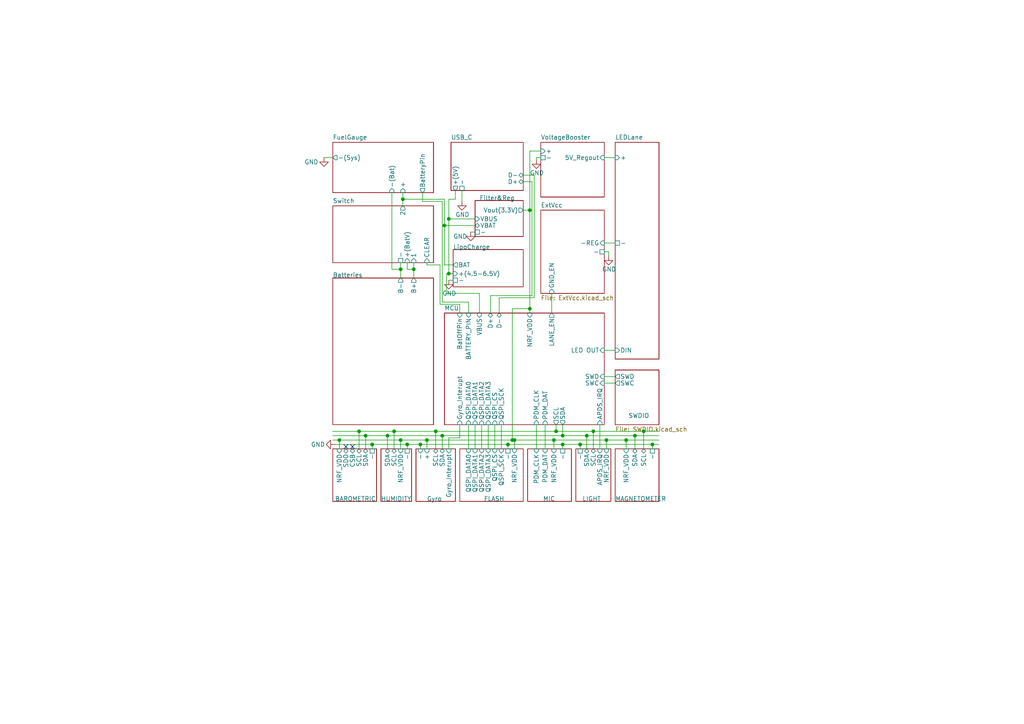
<source format=kicad_sch>
(kicad_sch (version 20211123) (generator eeschema)

  (uuid 94899d91-c8b6-48a0-9eee-db2609092a2a)

  (paper "A4")

  (lib_symbols
    (symbol "power:GND" (power) (pin_names (offset 0)) (in_bom yes) (on_board yes)
      (property "Reference" "#PWR" (id 0) (at 0 -6.35 0)
        (effects (font (size 1.27 1.27)) hide)
      )
      (property "Value" "GND" (id 1) (at 0 -3.81 0)
        (effects (font (size 1.27 1.27)))
      )
      (property "Footprint" "" (id 2) (at 0 0 0)
        (effects (font (size 1.27 1.27)) hide)
      )
      (property "Datasheet" "" (id 3) (at 0 0 0)
        (effects (font (size 1.27 1.27)) hide)
      )
      (property "ki_keywords" "power-flag" (id 4) (at 0 0 0)
        (effects (font (size 1.27 1.27)) hide)
      )
      (property "ki_description" "Power symbol creates a global label with name \"GND\" , ground" (id 5) (at 0 0 0)
        (effects (font (size 1.27 1.27)) hide)
      )
      (symbol "GND_0_1"
        (polyline
          (pts
            (xy 0 0)
            (xy 0 -1.27)
            (xy 1.27 -1.27)
            (xy 0 -2.54)
            (xy -1.27 -1.27)
            (xy 0 -1.27)
          )
          (stroke (width 0) (type default) (color 0 0 0 0))
          (fill (type none))
        )
      )
      (symbol "GND_1_1"
        (pin power_in line (at 0 0 270) (length 0) hide
          (name "GND" (effects (font (size 1.27 1.27))))
          (number "1" (effects (font (size 1.27 1.27))))
        )
      )
    )
  )

  (junction (at 181.61 127.635) (diameter 0) (color 0 0 0 0)
    (uuid 0202a7cb-ce08-4492-a63c-2bfe834774a5)
  )
  (junction (at 128.905 65.405) (diameter 0) (color 0 0 0 0)
    (uuid 1313045a-c9ac-4fca-b38b-adbb0f61db4d)
  )
  (junction (at 175.895 127.635) (diameter 0) (color 0 0 0 0)
    (uuid 242dc379-9e38-4e04-8b67-e864d6879ccf)
  )
  (junction (at 148.59 127.635) (diameter 0) (color 0 0 0 0)
    (uuid 275262d9-f305-4c53-920b-e759051c8636)
  )
  (junction (at 130.175 79.375) (diameter 0) (color 0 0 0 0)
    (uuid 3ef9321d-f47b-49f7-bd46-f0fb44199acf)
  )
  (junction (at 149.225 127.635) (diameter 0) (color 0 0 0 0)
    (uuid 43621472-e471-4696-ae15-6764ef225e19)
  )
  (junction (at 123.825 127.635) (diameter 0) (color 0 0 0 0)
    (uuid 4c57e6ab-7824-4222-b3e7-94e7d84a9073)
  )
  (junction (at 116.205 127.635) (diameter 0) (color 0 0 0 0)
    (uuid 4e5fcda8-cf04-4394-b7d3-25049db85354)
  )
  (junction (at 153.67 89.535) (diameter 0) (color 0 0 0 0)
    (uuid 54a4c4c0-a547-4377-a8f4-cdc22745e82a)
  )
  (junction (at 121.92 128.905) (diameter 0) (color 0 0 0 0)
    (uuid 635f2885-c397-443b-90fd-0cc104b92374)
  )
  (junction (at 116.205 78.105) (diameter 0) (color 0 0 0 0)
    (uuid 643938eb-5abe-416d-9c5c-d91fd3e54f8f)
  )
  (junction (at 153.67 60.96) (diameter 0) (color 0 0 0 0)
    (uuid 706cdf35-614b-4399-bb54-cb2f75e82c58)
  )
  (junction (at 120.015 78.105) (diameter 0) (color 0 0 0 0)
    (uuid 73245712-db33-40e8-984c-4d0e5135f126)
  )
  (junction (at 161.29 125.095) (diameter 0) (color 0 0 0 0)
    (uuid 77eb00ae-320d-47a9-bf6a-9ae751b1e462)
  )
  (junction (at 126.365 125.095) (diameter 0) (color 0 0 0 0)
    (uuid 7bdf4581-9174-4544-93d4-894ddd8827d5)
  )
  (junction (at 118.11 128.905) (diameter 0) (color 0 0 0 0)
    (uuid 82f69fb8-2861-4b41-a5cb-6d1117a2fb53)
  )
  (junction (at 98.425 127.635) (diameter 0) (color 0 0 0 0)
    (uuid 847ff56f-0ad0-48c2-9007-1a183dad3125)
  )
  (junction (at 186.69 125.095) (diameter 0) (color 0 0 0 0)
    (uuid 925d4f9c-f166-4b82-b20c-bb9880b43fad)
  )
  (junction (at 130.175 63.5) (diameter 0) (color 0 0 0 0)
    (uuid a378a949-e5ab-4d83-a8c4-25cd3f5c82f9)
  )
  (junction (at 106.045 126.365) (diameter 0) (color 0 0 0 0)
    (uuid a6212378-b759-455b-846c-62588af59281)
  )
  (junction (at 163.195 128.905) (diameter 0) (color 0 0 0 0)
    (uuid b707abc4-11e9-46bb-a2ad-6e3a0b42d3fb)
  )
  (junction (at 112.395 126.365) (diameter 0) (color 0 0 0 0)
    (uuid b86a18ba-cde8-46de-bdeb-a1414f7c787e)
  )
  (junction (at 116.84 57.785) (diameter 0) (color 0 0 0 0)
    (uuid b8eec2d3-509f-4175-b965-9590f4f4776d)
  )
  (junction (at 104.14 125.095) (diameter 0) (color 0 0 0 0)
    (uuid bf6f8b0f-6ab8-40d9-ab6b-2f679e0b6029)
  )
  (junction (at 107.95 128.905) (diameter 0) (color 0 0 0 0)
    (uuid bfed300c-c8a8-4682-b13a-e4e53b1c2b60)
  )
  (junction (at 163.195 126.365) (diameter 0) (color 0 0 0 0)
    (uuid cd22f020-36b9-4d9e-a724-a71d537e224b)
  )
  (junction (at 114.3 125.095) (diameter 0) (color 0 0 0 0)
    (uuid dde059d2-2158-4d7b-97a5-d04bb48401b8)
  )
  (junction (at 128.27 126.365) (diameter 0) (color 0 0 0 0)
    (uuid e018c6a1-46f0-4887-8128-b15b7fecdf41)
  )
  (junction (at 184.15 126.365) (diameter 0) (color 0 0 0 0)
    (uuid e349dbcd-9bfc-4753-9ee2-21c326fdab10)
  )
  (junction (at 147.32 128.905) (diameter 0) (color 0 0 0 0)
    (uuid e466ca77-1a32-4e1e-b2a0-5f77ecca344c)
  )
  (junction (at 170.18 126.365) (diameter 0) (color 0 0 0 0)
    (uuid e5a3a5dd-80d7-4b61-81c2-1c293c76c346)
  )
  (junction (at 160.655 127.635) (diameter 0) (color 0 0 0 0)
    (uuid e5b43585-fe72-4f90-87f1-fbc26a0f761e)
  )
  (junction (at 189.23 128.905) (diameter 0) (color 0 0 0 0)
    (uuid ee31a5cb-92d5-438d-bae1-2dc9b6e4b04a)
  )
  (junction (at 172.085 125.095) (diameter 0) (color 0 0 0 0)
    (uuid f953155f-2d3d-4087-ac62-1145bb36c568)
  )
  (junction (at 168.275 128.905) (diameter 0) (color 0 0 0 0)
    (uuid fa5895fe-42c8-42e8-9df8-2d6099573705)
  )

  (no_connect (at 102.235 129.54) (uuid b8a08e37-39c7-49c6-8f3f-2b4ed946731a))
  (no_connect (at 100.33 129.54) (uuid bda73e33-4319-4745-8c2f-4f7103a366fb))

  (wire (pts (xy 160.655 127.635) (xy 160.655 130.175))
    (stroke (width 0) (type default) (color 0 0 0 0))
    (uuid 003a1ef4-f86f-4932-a4f3-e3a2ec93a9ee)
  )
  (wire (pts (xy 116.205 76.2) (xy 116.205 78.105))
    (stroke (width 0) (type default) (color 0 0 0 0))
    (uuid 043b61c0-3eec-4ee4-a324-e6c2d5a01cbd)
  )
  (wire (pts (xy 128.905 65.405) (xy 128.905 57.785))
    (stroke (width 0) (type default) (color 0 0 0 0))
    (uuid 0541b4e1-0f0e-49c8-8d1e-0eae166505fc)
  )
  (wire (pts (xy 161.29 123.19) (xy 161.29 125.095))
    (stroke (width 0) (type default) (color 0 0 0 0))
    (uuid 06ca68d3-0ce5-4f31-8984-269b308ff645)
  )
  (wire (pts (xy 145.415 123.19) (xy 145.415 130.175))
    (stroke (width 0) (type default) (color 0 0 0 0))
    (uuid 07717773-04eb-4775-8d7f-34b153963d22)
  )
  (wire (pts (xy 175.26 111.125) (xy 178.435 111.125))
    (stroke (width 0) (type default) (color 0 0 0 0))
    (uuid 07946c93-4699-48d6-865a-ed0c56f5d584)
  )
  (wire (pts (xy 127.635 88.265) (xy 133.35 88.265))
    (stroke (width 0) (type default) (color 0 0 0 0))
    (uuid 0b14c4b8-ac37-487d-ac76-239ebcff4d6e)
  )
  (wire (pts (xy 102.235 129.54) (xy 102.235 130.175))
    (stroke (width 0) (type default) (color 0 0 0 0))
    (uuid 0f280b83-40a0-42bf-bf8c-53655996dc9a)
  )
  (wire (pts (xy 100.33 129.54) (xy 100.33 130.175))
    (stroke (width 0) (type default) (color 0 0 0 0))
    (uuid 1119e645-20b5-40f4-91c1-53f06660ba2e)
  )
  (wire (pts (xy 147.32 128.905) (xy 163.195 128.905))
    (stroke (width 0) (type default) (color 0 0 0 0))
    (uuid 12e6f111-5e04-4cd9-bd3b-6ea2354b63fc)
  )
  (wire (pts (xy 96.52 126.365) (xy 106.045 126.365))
    (stroke (width 0) (type default) (color 0 0 0 0))
    (uuid 15a83127-16dc-4365-a494-21c9f754a305)
  )
  (wire (pts (xy 139.7 123.19) (xy 139.7 130.175))
    (stroke (width 0) (type default) (color 0 0 0 0))
    (uuid 170aba84-9602-4d23-b140-7a926d2545ad)
  )
  (wire (pts (xy 184.15 126.365) (xy 191.135 126.365))
    (stroke (width 0) (type default) (color 0 0 0 0))
    (uuid 1ce0f468-a3ac-483e-bf8a-ed7e1c95e0ab)
  )
  (wire (pts (xy 153.67 89.535) (xy 153.67 90.805))
    (stroke (width 0) (type default) (color 0 0 0 0))
    (uuid 1ec6d918-f705-46ea-92a1-5fd969c878ae)
  )
  (wire (pts (xy 131.445 76.835) (xy 128.905 76.835))
    (stroke (width 0) (type default) (color 0 0 0 0))
    (uuid 2024290c-0f7f-4e30-a537-c239f7f75030)
  )
  (wire (pts (xy 139.065 85.09) (xy 129.54 85.09))
    (stroke (width 0) (type default) (color 0 0 0 0))
    (uuid 24066202-be39-4fa0-8715-23c7155f035d)
  )
  (wire (pts (xy 123.825 127.635) (xy 148.59 127.635))
    (stroke (width 0) (type default) (color 0 0 0 0))
    (uuid 267ff826-4fee-4310-a2b4-49b916027001)
  )
  (wire (pts (xy 130.175 63.5) (xy 137.795 63.5))
    (stroke (width 0) (type default) (color 0 0 0 0))
    (uuid 27bf257f-132a-4863-b342-fe834d9b4909)
  )
  (wire (pts (xy 163.195 128.905) (xy 168.275 128.905))
    (stroke (width 0) (type default) (color 0 0 0 0))
    (uuid 2912054e-ff60-4e48-b5bb-f198a0bfa452)
  )
  (wire (pts (xy 154.305 85.725) (xy 154.305 52.705))
    (stroke (width 0) (type default) (color 0 0 0 0))
    (uuid 292df35a-0063-4533-b92d-7c28cfdb594f)
  )
  (wire (pts (xy 128.27 58.42) (xy 128.27 87.63))
    (stroke (width 0) (type default) (color 0 0 0 0))
    (uuid 2b41a4f3-3122-407e-a188-9c6743a130d8)
  )
  (wire (pts (xy 189.23 128.905) (xy 189.23 130.175))
    (stroke (width 0) (type default) (color 0 0 0 0))
    (uuid 2cfd3407-f416-4cbc-8b1b-efc4c2c38744)
  )
  (wire (pts (xy 155.575 45.72) (xy 156.845 45.72))
    (stroke (width 0) (type default) (color 0 0 0 0))
    (uuid 2dfc3242-7d62-4d2e-8bf7-d50ffa82379c)
  )
  (wire (pts (xy 168.275 128.905) (xy 189.23 128.905))
    (stroke (width 0) (type default) (color 0 0 0 0))
    (uuid 2f2b6346-59dd-4d30-8923-ee4621370854)
  )
  (wire (pts (xy 98.425 127.635) (xy 116.205 127.635))
    (stroke (width 0) (type default) (color 0 0 0 0))
    (uuid 3363dddc-463a-4437-978b-71bcc9c186fc)
  )
  (wire (pts (xy 137.795 123.19) (xy 137.795 130.175))
    (stroke (width 0) (type default) (color 0 0 0 0))
    (uuid 33c4765d-3898-46ac-be48-0a0dc199a65b)
  )
  (wire (pts (xy 130.175 79.375) (xy 131.445 79.375))
    (stroke (width 0) (type default) (color 0 0 0 0))
    (uuid 36322824-022b-4610-b032-17069c3c64e2)
  )
  (wire (pts (xy 133.35 127) (xy 133.35 123.19))
    (stroke (width 0) (type default) (color 0 0 0 0))
    (uuid 3778736e-4be5-4634-bff8-4d5a9463e88c)
  )
  (wire (pts (xy 143.51 123.19) (xy 143.51 130.175))
    (stroke (width 0) (type default) (color 0 0 0 0))
    (uuid 37918382-db9b-421a-959b-5bba953c1343)
  )
  (wire (pts (xy 132.08 57.785) (xy 132.08 55.245))
    (stroke (width 0) (type default) (color 0 0 0 0))
    (uuid 3af0a64c-391f-4d27-bd48-bb0b720a477a)
  )
  (wire (pts (xy 172.085 125.095) (xy 186.69 125.095))
    (stroke (width 0) (type default) (color 0 0 0 0))
    (uuid 3c3c7f78-b54d-4a0f-bc38-40c613f468b6)
  )
  (wire (pts (xy 175.895 127.635) (xy 175.895 130.175))
    (stroke (width 0) (type default) (color 0 0 0 0))
    (uuid 3f5d065e-5f7f-4d62-8d76-dc672f16bf7e)
  )
  (wire (pts (xy 154.94 86.36) (xy 154.94 50.8))
    (stroke (width 0) (type default) (color 0 0 0 0))
    (uuid 43204d00-1d74-4338-a5d5-3290eedba8c7)
  )
  (wire (pts (xy 116.84 55.88) (xy 116.84 57.785))
    (stroke (width 0) (type default) (color 0 0 0 0))
    (uuid 4443c71b-ae8d-4c57-be65-b7ebc041d0b6)
  )
  (wire (pts (xy 120.015 76.2) (xy 120.015 78.105))
    (stroke (width 0) (type default) (color 0 0 0 0))
    (uuid 445684f3-f0bb-4844-8e4d-6b338e166943)
  )
  (wire (pts (xy 114.3 125.095) (xy 114.3 130.175))
    (stroke (width 0) (type default) (color 0 0 0 0))
    (uuid 467bf8af-d807-4ff7-b25b-ea901002bf79)
  )
  (wire (pts (xy 98.425 127.635) (xy 98.425 130.175))
    (stroke (width 0) (type default) (color 0 0 0 0))
    (uuid 46b9fda3-9f24-4ee5-b096-2b015eed957c)
  )
  (wire (pts (xy 155.575 123.19) (xy 155.575 130.175))
    (stroke (width 0) (type default) (color 0 0 0 0))
    (uuid 4a056df3-e94c-42ff-8efc-c0c7dc72dea5)
  )
  (wire (pts (xy 186.69 125.095) (xy 186.69 130.175))
    (stroke (width 0) (type default) (color 0 0 0 0))
    (uuid 4a3207ed-0f59-4b57-ad7d-31cce6f67a2d)
  )
  (wire (pts (xy 170.18 126.365) (xy 184.15 126.365))
    (stroke (width 0) (type default) (color 0 0 0 0))
    (uuid 4ba0e880-ea63-442f-b0e5-32f344190ef9)
  )
  (wire (pts (xy 176.53 73.025) (xy 175.26 73.025))
    (stroke (width 0) (type default) (color 0 0 0 0))
    (uuid 4d64a2f5-aee9-4cc9-90f5-6002dd3a3334)
  )
  (wire (pts (xy 161.29 125.095) (xy 172.085 125.095))
    (stroke (width 0) (type default) (color 0 0 0 0))
    (uuid 4efc4910-076e-434d-8e37-90a02ef8f21a)
  )
  (wire (pts (xy 149.225 127.635) (xy 148.59 127.635))
    (stroke (width 0) (type default) (color 0 0 0 0))
    (uuid 4f3e1e2c-cd40-4374-8046-6cffa0d98e52)
  )
  (wire (pts (xy 114.3 125.095) (xy 126.365 125.095))
    (stroke (width 0) (type default) (color 0 0 0 0))
    (uuid 4f71211a-1863-4d6a-9807-8fb035975888)
  )
  (wire (pts (xy 153.67 60.96) (xy 153.67 89.535))
    (stroke (width 0) (type default) (color 0 0 0 0))
    (uuid 5187fbbd-bd03-4084-9712-e2e3a506b815)
  )
  (wire (pts (xy 116.205 127.635) (xy 123.825 127.635))
    (stroke (width 0) (type default) (color 0 0 0 0))
    (uuid 5284a3e0-a6ad-4917-abe8-37e210aa622a)
  )
  (wire (pts (xy 96.52 125.095) (xy 104.14 125.095))
    (stroke (width 0) (type default) (color 0 0 0 0))
    (uuid 55bb6aaa-651e-46ee-bea7-c2cbe15a885b)
  )
  (wire (pts (xy 104.14 125.095) (xy 114.3 125.095))
    (stroke (width 0) (type default) (color 0 0 0 0))
    (uuid 5809f95f-d3be-4fc1-ae77-0888cf1ecd14)
  )
  (wire (pts (xy 129.54 85.09) (xy 129.54 79.375))
    (stroke (width 0) (type default) (color 0 0 0 0))
    (uuid 58eb5085-0427-4bd7-8f7a-8b0c66a8601f)
  )
  (wire (pts (xy 116.205 78.105) (xy 116.205 80.645))
    (stroke (width 0) (type default) (color 0 0 0 0))
    (uuid 596cedd5-1507-4ef4-8240-7a533a6642b4)
  )
  (wire (pts (xy 144.78 86.36) (xy 154.94 86.36))
    (stroke (width 0) (type default) (color 0 0 0 0))
    (uuid 5b118d7f-9b19-447e-a301-210220857481)
  )
  (wire (pts (xy 153.67 43.815) (xy 153.67 60.96))
    (stroke (width 0) (type default) (color 0 0 0 0))
    (uuid 5e5155c3-7920-4d28-bee8-cf1fb31b4772)
  )
  (wire (pts (xy 189.23 128.905) (xy 191.135 128.905))
    (stroke (width 0) (type default) (color 0 0 0 0))
    (uuid 5ecaa5bf-7d23-4fb5-9cfb-6872f749cc22)
  )
  (wire (pts (xy 184.15 126.365) (xy 184.15 130.175))
    (stroke (width 0) (type default) (color 0 0 0 0))
    (uuid 5ed18c4d-3eb1-4b23-9f8b-3bdcd0104dc1)
  )
  (wire (pts (xy 130.175 130.175) (xy 130.175 127))
    (stroke (width 0) (type default) (color 0 0 0 0))
    (uuid 6219f7d3-11a8-49c3-ac3f-f02399bc1853)
  )
  (wire (pts (xy 96.52 127.635) (xy 98.425 127.635))
    (stroke (width 0) (type default) (color 0 0 0 0))
    (uuid 64231e9b-4023-4fc5-9ed3-072dec135187)
  )
  (wire (pts (xy 175.895 127.635) (xy 181.61 127.635))
    (stroke (width 0) (type default) (color 0 0 0 0))
    (uuid 67116d4b-b832-44e6-911c-1f091c6b0f97)
  )
  (wire (pts (xy 112.395 126.365) (xy 128.27 126.365))
    (stroke (width 0) (type default) (color 0 0 0 0))
    (uuid 6972bbd5-2403-4c31-b170-9d5649d164fc)
  )
  (wire (pts (xy 128.905 65.405) (xy 137.795 65.405))
    (stroke (width 0) (type default) (color 0 0 0 0))
    (uuid 6c865d35-3851-4002-b5a9-d35c609ada7b)
  )
  (wire (pts (xy 139.065 90.805) (xy 139.065 85.09))
    (stroke (width 0) (type default) (color 0 0 0 0))
    (uuid 6cefff66-11e7-42e1-bd28-7197d35a1057)
  )
  (wire (pts (xy 151.765 60.96) (xy 153.67 60.96))
    (stroke (width 0) (type default) (color 0 0 0 0))
    (uuid 6f2408eb-4e7d-4df7-b02f-38c45e60c256)
  )
  (wire (pts (xy 121.92 128.905) (xy 121.92 130.175))
    (stroke (width 0) (type default) (color 0 0 0 0))
    (uuid 70937c3c-b27e-4a78-9649-37841cf19ae7)
  )
  (wire (pts (xy 122.555 55.88) (xy 122.555 58.42))
    (stroke (width 0) (type default) (color 0 0 0 0))
    (uuid 7281a5d9-bb0e-4d40-9ac6-9781e9ab3121)
  )
  (wire (pts (xy 130.175 63.5) (xy 130.175 79.375))
    (stroke (width 0) (type default) (color 0 0 0 0))
    (uuid 73d806a6-7664-46bf-a7ca-23448c7f5e15)
  )
  (wire (pts (xy 129.54 79.375) (xy 130.175 79.375))
    (stroke (width 0) (type default) (color 0 0 0 0))
    (uuid 76b8246f-06f9-4b9e-a691-b3a253de57ce)
  )
  (wire (pts (xy 118.11 76.2) (xy 118.11 78.105))
    (stroke (width 0) (type default) (color 0 0 0 0))
    (uuid 7895ec11-2a77-47fa-b1e3-437608c480d5)
  )
  (wire (pts (xy 126.365 125.095) (xy 161.29 125.095))
    (stroke (width 0) (type default) (color 0 0 0 0))
    (uuid 79f3c9e7-b5ae-4a44-bdef-4447d683ee2a)
  )
  (wire (pts (xy 142.24 90.805) (xy 142.24 85.725))
    (stroke (width 0) (type default) (color 0 0 0 0))
    (uuid 7f456da4-e4dd-47f4-be9d-c5cad9709440)
  )
  (wire (pts (xy 104.14 125.095) (xy 104.14 130.175))
    (stroke (width 0) (type default) (color 0 0 0 0))
    (uuid 82a19060-6351-46da-b476-81bca9e6c420)
  )
  (wire (pts (xy 173.99 123.19) (xy 173.99 130.175))
    (stroke (width 0) (type default) (color 0 0 0 0))
    (uuid 84e43eb7-e620-4b3d-a093-f8fa9b20523a)
  )
  (wire (pts (xy 156.845 43.815) (xy 153.67 43.815))
    (stroke (width 0) (type default) (color 0 0 0 0))
    (uuid 85dd08e8-5403-4dcd-818b-e93cb238ba4e)
  )
  (wire (pts (xy 123.825 76.835) (xy 127.635 76.835))
    (stroke (width 0) (type default) (color 0 0 0 0))
    (uuid 864e7b5a-91e6-4a6e-8726-ec02f3c6437c)
  )
  (wire (pts (xy 175.26 45.72) (xy 178.435 45.72))
    (stroke (width 0) (type default) (color 0 0 0 0))
    (uuid 88d25c15-81af-4f1e-9028-0b1f40a9c2e5)
  )
  (wire (pts (xy 97.155 128.905) (xy 107.95 128.905))
    (stroke (width 0) (type default) (color 0 0 0 0))
    (uuid 8ca849d8-c6f5-4bb0-89b5-82e90e64e984)
  )
  (wire (pts (xy 155.575 46.355) (xy 155.575 45.72))
    (stroke (width 0) (type default) (color 0 0 0 0))
    (uuid 9538bed1-d9b2-4e38-ab6f-ef734d81a4dc)
  )
  (wire (pts (xy 175.26 101.6) (xy 178.435 101.6))
    (stroke (width 0) (type default) (color 0 0 0 0))
    (uuid 96482d67-f126-40c5-9b69-339906eea38a)
  )
  (wire (pts (xy 160.655 127.635) (xy 175.895 127.635))
    (stroke (width 0) (type default) (color 0 0 0 0))
    (uuid 9b18b578-01d3-4a41-a931-ce213127422f)
  )
  (wire (pts (xy 149.225 127.635) (xy 160.655 127.635))
    (stroke (width 0) (type default) (color 0 0 0 0))
    (uuid 9b200a7d-a94e-4982-8862-27e542d13a32)
  )
  (wire (pts (xy 113.665 78.105) (xy 116.205 78.105))
    (stroke (width 0) (type default) (color 0 0 0 0))
    (uuid 9d160479-f9f5-441a-9912-883c8b558906)
  )
  (wire (pts (xy 130.175 81.28) (xy 131.445 81.28))
    (stroke (width 0) (type default) (color 0 0 0 0))
    (uuid 9fc0923b-4c11-4681-9907-c27da9bfdcd8)
  )
  (wire (pts (xy 118.11 78.105) (xy 120.015 78.105))
    (stroke (width 0) (type default) (color 0 0 0 0))
    (uuid a0f39db6-6e6c-4b8d-a06e-3e8742ad0eca)
  )
  (wire (pts (xy 123.825 76.2) (xy 123.825 76.835))
    (stroke (width 0) (type default) (color 0 0 0 0))
    (uuid a2e8429a-8a52-4c31-bca8-df9984562bf1)
  )
  (wire (pts (xy 128.27 87.63) (xy 135.89 87.63))
    (stroke (width 0) (type default) (color 0 0 0 0))
    (uuid a31d2ada-6b7b-4d46-843f-ae42eb2cdfa7)
  )
  (wire (pts (xy 130.175 57.785) (xy 130.175 63.5))
    (stroke (width 0) (type default) (color 0 0 0 0))
    (uuid a5e7693a-a4ab-4a81-aad6-5c97f2459cbb)
  )
  (wire (pts (xy 128.27 126.365) (xy 128.27 130.175))
    (stroke (width 0) (type default) (color 0 0 0 0))
    (uuid a845d3bf-d88e-4db4-b240-fd5d96bbd9be)
  )
  (wire (pts (xy 163.195 128.905) (xy 163.195 130.175))
    (stroke (width 0) (type default) (color 0 0 0 0))
    (uuid aa15ba8a-29e0-4fb7-b5c1-955c750040eb)
  )
  (wire (pts (xy 123.825 127.635) (xy 123.825 130.175))
    (stroke (width 0) (type default) (color 0 0 0 0))
    (uuid abd2ae56-d527-427e-91fa-478e9c064ee8)
  )
  (wire (pts (xy 106.045 126.365) (xy 112.395 126.365))
    (stroke (width 0) (type default) (color 0 0 0 0))
    (uuid ad5ad07b-b304-4338-a1e0-ca4b450fcca4)
  )
  (wire (pts (xy 130.175 127) (xy 133.35 127))
    (stroke (width 0) (type default) (color 0 0 0 0))
    (uuid b048c3ca-8346-43a3-8265-5ce67df61c72)
  )
  (wire (pts (xy 186.69 125.095) (xy 191.135 125.095))
    (stroke (width 0) (type default) (color 0 0 0 0))
    (uuid b123557d-d163-4d7c-84d4-e5e575656d8e)
  )
  (wire (pts (xy 153.67 89.535) (xy 148.59 89.535))
    (stroke (width 0) (type default) (color 0 0 0 0))
    (uuid b23d44a2-697b-43d0-a332-ef05d08db8dd)
  )
  (wire (pts (xy 106.045 126.365) (xy 106.045 130.175))
    (stroke (width 0) (type default) (color 0 0 0 0))
    (uuid b2e7ee43-3909-40f1-b473-dd42b22a8521)
  )
  (wire (pts (xy 141.605 123.19) (xy 141.605 130.175))
    (stroke (width 0) (type default) (color 0 0 0 0))
    (uuid b586f755-e9b7-4fe8-a6ab-af4df21f9ab2)
  )
  (wire (pts (xy 116.84 57.785) (xy 116.84 59.69))
    (stroke (width 0) (type default) (color 0 0 0 0))
    (uuid b59d6641-3a88-4435-bb3e-7a2048d09e44)
  )
  (wire (pts (xy 116.205 127.635) (xy 116.205 130.175))
    (stroke (width 0) (type default) (color 0 0 0 0))
    (uuid b5a58647-dce3-46d2-b5d2-0588156ec00e)
  )
  (wire (pts (xy 130.175 57.785) (xy 132.08 57.785))
    (stroke (width 0) (type default) (color 0 0 0 0))
    (uuid b7001442-5a73-4151-87f9-c8fb914cdbcb)
  )
  (wire (pts (xy 135.89 123.19) (xy 135.89 130.175))
    (stroke (width 0) (type default) (color 0 0 0 0))
    (uuid b7b1202c-e549-43a6-98bb-81460c7d3029)
  )
  (wire (pts (xy 147.32 128.905) (xy 147.32 130.175))
    (stroke (width 0) (type default) (color 0 0 0 0))
    (uuid b8a39991-b69f-40e6-8a73-e6b05fab426d)
  )
  (wire (pts (xy 181.61 127.635) (xy 181.61 130.175))
    (stroke (width 0) (type default) (color 0 0 0 0))
    (uuid b8e7035c-e0d9-4d35-87cb-17848ec435b3)
  )
  (wire (pts (xy 112.395 126.365) (xy 112.395 130.175))
    (stroke (width 0) (type default) (color 0 0 0 0))
    (uuid bc59a924-40b2-4f6d-a4f6-d9bfbef7fbab)
  )
  (wire (pts (xy 172.085 125.095) (xy 172.085 130.175))
    (stroke (width 0) (type default) (color 0 0 0 0))
    (uuid bc8122b3-b2ae-479d-b410-6335f8e5f605)
  )
  (wire (pts (xy 136.525 67.31) (xy 137.795 67.31))
    (stroke (width 0) (type default) (color 0 0 0 0))
    (uuid bdf491aa-24ec-49e1-84bb-a9d52bdba5b9)
  )
  (wire (pts (xy 118.11 128.905) (xy 121.92 128.905))
    (stroke (width 0) (type default) (color 0 0 0 0))
    (uuid be70175b-8291-4b27-b387-f23189d92649)
  )
  (wire (pts (xy 176.53 74.295) (xy 176.53 73.025))
    (stroke (width 0) (type default) (color 0 0 0 0))
    (uuid beb1fb4e-da70-4112-a148-d2640286a73c)
  )
  (wire (pts (xy 122.555 58.42) (xy 128.27 58.42))
    (stroke (width 0) (type default) (color 0 0 0 0))
    (uuid bf776a11-a61a-4ae9-935a-34fe6dfd5ad9)
  )
  (wire (pts (xy 175.26 109.22) (xy 178.435 109.22))
    (stroke (width 0) (type default) (color 0 0 0 0))
    (uuid c2f5ce3f-130c-4927-a7d0-1bbb7699a382)
  )
  (wire (pts (xy 175.26 70.485) (xy 178.435 70.485))
    (stroke (width 0) (type default) (color 0 0 0 0))
    (uuid cc1f4f86-d746-4d29-832b-7b55194a9568)
  )
  (wire (pts (xy 135.89 87.63) (xy 135.89 90.805))
    (stroke (width 0) (type default) (color 0 0 0 0))
    (uuid cdf204cf-2307-46cf-acfd-69e3b63d4235)
  )
  (wire (pts (xy 107.95 128.905) (xy 107.95 130.175))
    (stroke (width 0) (type default) (color 0 0 0 0))
    (uuid cefc4e57-ff07-42d6-b4fb-d77747800a48)
  )
  (wire (pts (xy 144.78 90.805) (xy 144.78 86.36))
    (stroke (width 0) (type default) (color 0 0 0 0))
    (uuid d39c5862-5f13-4480-8719-1cb6f7889315)
  )
  (wire (pts (xy 126.365 125.095) (xy 126.365 130.175))
    (stroke (width 0) (type default) (color 0 0 0 0))
    (uuid d3d95d56-2385-4453-b5d9-acb16594d11e)
  )
  (wire (pts (xy 148.59 89.535) (xy 148.59 127.635))
    (stroke (width 0) (type default) (color 0 0 0 0))
    (uuid d536c41d-aa97-4f63-8ffc-aa82cfaed911)
  )
  (wire (pts (xy 154.94 50.8) (xy 151.765 50.8))
    (stroke (width 0) (type default) (color 0 0 0 0))
    (uuid d7bd9c1b-e481-484d-ac1f-d68051f7403e)
  )
  (wire (pts (xy 160.02 85.09) (xy 160.02 90.805))
    (stroke (width 0) (type default) (color 0 0 0 0))
    (uuid d86dd3da-1674-4e35-ac9a-f816939c9ec1)
  )
  (wire (pts (xy 113.665 55.88) (xy 113.665 78.105))
    (stroke (width 0) (type default) (color 0 0 0 0))
    (uuid d962dcf0-04dc-46b2-8c96-b7fa20c9adbc)
  )
  (wire (pts (xy 181.61 127.635) (xy 191.135 127.635))
    (stroke (width 0) (type default) (color 0 0 0 0))
    (uuid d9fe0b11-041a-45a1-be90-2380edd5d84c)
  )
  (wire (pts (xy 163.195 126.365) (xy 170.18 126.365))
    (stroke (width 0) (type default) (color 0 0 0 0))
    (uuid dbb72f3c-396a-4e81-baf5-ca7193813969)
  )
  (wire (pts (xy 168.275 128.905) (xy 168.275 130.175))
    (stroke (width 0) (type default) (color 0 0 0 0))
    (uuid de4cba18-5ee3-4312-91a3-c982dc7cc7ed)
  )
  (wire (pts (xy 128.27 126.365) (xy 163.195 126.365))
    (stroke (width 0) (type default) (color 0 0 0 0))
    (uuid df6e0d42-ab06-494f-b458-ad26a5c64345)
  )
  (wire (pts (xy 163.195 123.19) (xy 163.195 126.365))
    (stroke (width 0) (type default) (color 0 0 0 0))
    (uuid df742ab2-8bb6-406a-bece-714c5dcdaad9)
  )
  (wire (pts (xy 149.225 127.635) (xy 149.225 130.175))
    (stroke (width 0) (type default) (color 0 0 0 0))
    (uuid e01b0b1c-e136-4f62-aac9-be1143171cc6)
  )
  (wire (pts (xy 118.11 128.905) (xy 118.11 130.175))
    (stroke (width 0) (type default) (color 0 0 0 0))
    (uuid e307b2ab-06da-49ce-b903-a003d64a9362)
  )
  (wire (pts (xy 133.35 88.265) (xy 133.35 90.805))
    (stroke (width 0) (type default) (color 0 0 0 0))
    (uuid e3976b76-ed70-45f0-b88d-2abb84cc1cd5)
  )
  (wire (pts (xy 107.95 128.905) (xy 118.11 128.905))
    (stroke (width 0) (type default) (color 0 0 0 0))
    (uuid e43033d9-9545-449b-97e0-52121a89efaf)
  )
  (wire (pts (xy 142.24 85.725) (xy 154.305 85.725))
    (stroke (width 0) (type default) (color 0 0 0 0))
    (uuid e810e60c-af91-4b1e-bb0a-a7a3cebca541)
  )
  (wire (pts (xy 170.18 126.365) (xy 170.18 130.175))
    (stroke (width 0) (type default) (color 0 0 0 0))
    (uuid eb3ed811-92d4-4fd1-ab75-afa99c2425fa)
  )
  (wire (pts (xy 93.98 45.72) (xy 96.52 45.72))
    (stroke (width 0) (type default) (color 0 0 0 0))
    (uuid ef2f3d59-5bad-4db7-a8d8-7d8df4aa4568)
  )
  (wire (pts (xy 120.015 78.105) (xy 120.015 80.645))
    (stroke (width 0) (type default) (color 0 0 0 0))
    (uuid efe68936-9e54-4ead-8d31-a756ae3e05c1)
  )
  (wire (pts (xy 133.985 58.42) (xy 133.985 55.245))
    (stroke (width 0) (type default) (color 0 0 0 0))
    (uuid f16362d0-db9b-44e6-9607-3c750b2b0dcb)
  )
  (wire (pts (xy 158.115 123.19) (xy 158.115 130.175))
    (stroke (width 0) (type default) (color 0 0 0 0))
    (uuid f23d36eb-6484-415a-9a72-0834fdbedf45)
  )
  (wire (pts (xy 128.905 57.785) (xy 116.84 57.785))
    (stroke (width 0) (type default) (color 0 0 0 0))
    (uuid f52346a9-a8ec-4aaa-8b79-77b14d3f0e3b)
  )
  (wire (pts (xy 154.305 52.705) (xy 151.765 52.705))
    (stroke (width 0) (type default) (color 0 0 0 0))
    (uuid f8a167b3-587d-4085-8553-7a334c25f970)
  )
  (wire (pts (xy 128.905 76.835) (xy 128.905 65.405))
    (stroke (width 0) (type default) (color 0 0 0 0))
    (uuid f90ace52-3867-499f-8f39-a8ad1b82ed4c)
  )
  (wire (pts (xy 121.92 128.905) (xy 147.32 128.905))
    (stroke (width 0) (type default) (color 0 0 0 0))
    (uuid fbb7ba28-3668-484a-a758-f989a465608a)
  )
  (wire (pts (xy 127.635 76.835) (xy 127.635 88.265))
    (stroke (width 0) (type default) (color 0 0 0 0))
    (uuid ffce602d-d819-4373-b322-780313e7b7e3)
  )

  (symbol (lib_id "power:GND") (at 97.155 128.905 270) (unit 1)
    (in_bom yes) (on_board yes)
    (uuid 0c847082-0dfa-4ec9-a5cd-0d520372ce0c)
    (property "Reference" "#PWR02" (id 0) (at 90.805 128.905 0)
      (effects (font (size 1.27 1.27)) hide)
    )
    (property "Value" "GND" (id 1) (at 90.17 128.905 90)
      (effects (font (size 1.27 1.27)) (justify left))
    )
    (property "Footprint" "" (id 2) (at 97.155 128.905 0)
      (effects (font (size 1.27 1.27)) hide)
    )
    (property "Datasheet" "" (id 3) (at 97.155 128.905 0)
      (effects (font (size 1.27 1.27)) hide)
    )
    (pin "1" (uuid 71e1a648-29eb-47fa-be80-d4b6f9a971b6))
  )

  (symbol (lib_id "power:GND") (at 93.98 45.72 0) (unit 1)
    (in_bom yes) (on_board yes)
    (uuid 0e93e133-2373-4593-b241-4a7bbc4aa1d4)
    (property "Reference" "#PWR01" (id 0) (at 93.98 52.07 0)
      (effects (font (size 1.27 1.27)) hide)
    )
    (property "Value" "GND" (id 1) (at 88.265 46.99 0)
      (effects (font (size 1.27 1.27)) (justify left))
    )
    (property "Footprint" "" (id 2) (at 93.98 45.72 0)
      (effects (font (size 1.27 1.27)) hide)
    )
    (property "Datasheet" "" (id 3) (at 93.98 45.72 0)
      (effects (font (size 1.27 1.27)) hide)
    )
    (pin "1" (uuid 6fb7f42c-b265-4b18-b9f0-7ffa00253f64))
  )

  (symbol (lib_id "power:GND") (at 136.525 67.31 0) (unit 1)
    (in_bom yes) (on_board yes)
    (uuid 154d8046-281b-4551-8dc2-b455a279d76f)
    (property "Reference" "#PWR05" (id 0) (at 136.525 73.66 0)
      (effects (font (size 1.27 1.27)) hide)
    )
    (property "Value" "GND" (id 1) (at 131.445 68.58 0)
      (effects (font (size 1.27 1.27)) (justify left))
    )
    (property "Footprint" "" (id 2) (at 136.525 67.31 0)
      (effects (font (size 1.27 1.27)) hide)
    )
    (property "Datasheet" "" (id 3) (at 136.525 67.31 0)
      (effects (font (size 1.27 1.27)) hide)
    )
    (pin "1" (uuid a80a8e26-794c-4a1e-b685-10824998c631))
  )

  (symbol (lib_id "power:GND") (at 176.53 74.295 0) (unit 1)
    (in_bom yes) (on_board yes)
    (uuid 21d661b6-a35f-4b37-abab-5f246a6bbf4e)
    (property "Reference" "#PWR07" (id 0) (at 176.53 80.645 0)
      (effects (font (size 1.27 1.27)) hide)
    )
    (property "Value" "GND" (id 1) (at 174.625 78.105 0)
      (effects (font (size 1.27 1.27)) (justify left))
    )
    (property "Footprint" "" (id 2) (at 176.53 74.295 0)
      (effects (font (size 1.27 1.27)) hide)
    )
    (property "Datasheet" "" (id 3) (at 176.53 74.295 0)
      (effects (font (size 1.27 1.27)) hide)
    )
    (pin "1" (uuid e9146444-f9c5-4d24-9f3c-3662a41ae78b))
  )

  (symbol (lib_id "power:GND") (at 130.175 81.28 0) (unit 1)
    (in_bom yes) (on_board yes)
    (uuid 27eccc20-5b50-466f-bc1e-9557977ce992)
    (property "Reference" "#PWR03" (id 0) (at 130.175 87.63 0)
      (effects (font (size 1.27 1.27)) hide)
    )
    (property "Value" "GND" (id 1) (at 128.27 85.09 0)
      (effects (font (size 1.27 1.27)) (justify left))
    )
    (property "Footprint" "" (id 2) (at 130.175 81.28 0)
      (effects (font (size 1.27 1.27)) hide)
    )
    (property "Datasheet" "" (id 3) (at 130.175 81.28 0)
      (effects (font (size 1.27 1.27)) hide)
    )
    (pin "1" (uuid 0065e15d-c0dd-4ee6-97dc-77c03ab318de))
  )

  (symbol (lib_id "power:GND") (at 133.985 58.42 0) (unit 1)
    (in_bom yes) (on_board yes)
    (uuid 5c5ca023-34ca-4639-b912-23f5e3d39f28)
    (property "Reference" "#PWR04" (id 0) (at 133.985 64.77 0)
      (effects (font (size 1.27 1.27)) hide)
    )
    (property "Value" "GND" (id 1) (at 132.08 62.23 0)
      (effects (font (size 1.27 1.27)) (justify left))
    )
    (property "Footprint" "" (id 2) (at 133.985 58.42 0)
      (effects (font (size 1.27 1.27)) hide)
    )
    (property "Datasheet" "" (id 3) (at 133.985 58.42 0)
      (effects (font (size 1.27 1.27)) hide)
    )
    (pin "1" (uuid e9a37849-19bc-4a54-aca8-380b09a5fe6b))
  )

  (symbol (lib_id "power:GND") (at 155.575 46.355 0) (unit 1)
    (in_bom yes) (on_board yes)
    (uuid e2dd7c3f-69d9-4231-b9a4-4869bfc2422a)
    (property "Reference" "#PWR06" (id 0) (at 155.575 52.705 0)
      (effects (font (size 1.27 1.27)) hide)
    )
    (property "Value" "GND" (id 1) (at 153.67 50.165 0)
      (effects (font (size 1.27 1.27)) (justify left))
    )
    (property "Footprint" "" (id 2) (at 155.575 46.355 0)
      (effects (font (size 1.27 1.27)) hide)
    )
    (property "Datasheet" "" (id 3) (at 155.575 46.355 0)
      (effects (font (size 1.27 1.27)) hide)
    )
    (pin "1" (uuid f3b1a09b-f2d7-4350-9780-06b6a66863da))
  )

  (sheet (at 96.52 59.69) (size 29.21 16.51)
    (stroke (width 0.1524) (type solid) (color 0 0 0 0))
    (fill (color 0 0 0 0.0000))
    (uuid 165fc38f-dac8-4791-b0c0-f9506ea42af0)
    (property "Sheet name" "Switch" (id 0) (at 96.52 58.9784 0)
      (effects (font (size 1.27 1.27)) (justify left bottom))
    )
    (property "Sheet file" "Switch.kicad_sch" (id 1) (at 93.98 76.2 0)
      (effects (font (size 1.27 1.27)) (justify left top) hide)
    )
    (pin "-" passive (at 116.205 76.2 270)
      (effects (font (size 1.27 1.27)) (justify left))
      (uuid b4bf1ad9-631e-4f9d-8b72-e0e9ad58d503)
    )
    (pin "+(BatV)" input (at 118.11 76.2 270)
      (effects (font (size 1.27 1.27)) (justify left))
      (uuid fcdc4ccf-fcd3-4666-b09c-6cb3218cee25)
    )
    (pin "CLEAR" input (at 123.825 76.2 270)
      (effects (font (size 1.27 1.27)) (justify left))
      (uuid 429938ba-2244-4b78-92d0-8b83c9e626c4)
    )
    (pin "2" output (at 116.84 59.69 90)
      (effects (font (size 1.27 1.27)) (justify right))
      (uuid 4760ab08-fece-49d8-92d5-136f8cf932db)
    )
    (pin "1" input (at 120.015 76.2 270)
      (effects (font (size 1.27 1.27)) (justify left))
      (uuid 21cd6e5f-b137-4eeb-8c6f-631dd7cac6f3)
    )
  )

  (sheet (at 156.845 41.275) (size 18.415 15.875) (fields_autoplaced)
    (stroke (width 0.1524) (type solid) (color 0 0 0 0))
    (fill (color 0 0 0 0.0000))
    (uuid 1f805e46-8f6d-469f-a3f6-c7782bc31295)
    (property "Sheet name" "VoltageBooster" (id 0) (at 156.845 40.5634 0)
      (effects (font (size 1.27 1.27)) (justify left bottom))
    )
    (property "Sheet file" "VoltageBooster.kicad_sch" (id 1) (at 156.845 57.7346 0)
      (effects (font (size 1.27 1.27)) (justify left top) hide)
    )
    (pin "5V­_Regout" input (at 175.26 45.72 0)
      (effects (font (size 1.27 1.27)) (justify right))
      (uuid a6d285d1-029b-4205-b99c-c78a1ca6f518)
    )
    (pin "+" input (at 156.845 43.815 180)
      (effects (font (size 1.27 1.27)) (justify left))
      (uuid 1fac5f2d-67de-4416-ac41-54a6d9602c11)
    )
    (pin "-" passive (at 156.845 45.72 180)
      (effects (font (size 1.27 1.27)) (justify left))
      (uuid df68f47a-e7be-45f9-be81-b6106b7591a1)
    )
  )

  (sheet (at 120.65 130.175) (size 11.43 15.24)
    (stroke (width 0.1524) (type solid) (color 0 0 0 0))
    (fill (color 0 0 0 0.0000))
    (uuid 22835b82-72b5-4a9e-beb2-1bf1991c1ab2)
    (property "Sheet name" "Gyro" (id 0) (at 123.825 145.415 0)
      (effects (font (size 1.27 1.27)) (justify left bottom))
    )
    (property "Sheet file" "Gyro.kicad_sch" (id 1) (at 120.65 142.1896 0)
      (effects (font (size 1.27 1.27)) (justify left top) hide)
    )
    (pin "SDA" bidirectional (at 128.27 130.175 90)
      (effects (font (size 1.27 1.27)) (justify right))
      (uuid 961ca672-6817-47cb-bb92-b2549bb788cf)
    )
    (pin "+" input (at 123.825 130.175 90)
      (effects (font (size 1.27 1.27)) (justify right))
      (uuid b54d62b2-e945-4633-ba2d-c9d29805546a)
    )
    (pin "SCL" bidirectional (at 126.365 130.175 90)
      (effects (font (size 1.27 1.27)) (justify right))
      (uuid 1e605f12-e051-4b65-976f-44b0c5a57906)
    )
    (pin "-" input (at 121.92 130.175 90)
      (effects (font (size 1.27 1.27)) (justify right))
      (uuid 529f6522-e5b7-4c05-8936-3057558fcd46)
    )
    (pin "Gyro_Interupt" input (at 130.175 130.175 90)
      (effects (font (size 1.27 1.27)) (justify right))
      (uuid 8e60b887-1cf5-404d-b903-755e68c357ed)
    )
  )

  (sheet (at 133.35 130.175) (size 18.415 15.24)
    (stroke (width 0.1524) (type solid) (color 0 0 0 0))
    (fill (color 0 0 0 0.0000))
    (uuid 2f162e21-7b12-40cd-b038-748e597ffe32)
    (property "Sheet name" "FLASH" (id 0) (at 140.335 145.415 0)
      (effects (font (size 1.27 1.27)) (justify left bottom))
    )
    (property "Sheet file" "FLASH.kicad_sch" (id 1) (at 154.2546 145.415 90)
      (effects (font (size 1.27 1.27)) (justify left top) hide)
    )
    (pin "QSPI_DATA3" input (at 141.605 130.175 90)
      (effects (font (size 1.27 1.27)) (justify right))
      (uuid e292a0ba-c84e-4d21-9ddd-a68ad60045a8)
    )
    (pin "QSPI_DATA2" input (at 139.7 130.175 90)
      (effects (font (size 1.27 1.27)) (justify right))
      (uuid eb7b3c83-7444-4a67-a1f8-be9a93127655)
    )
    (pin "QSPI_CS" input (at 143.51 130.175 90)
      (effects (font (size 1.27 1.27)) (justify right))
      (uuid 79536d78-e391-41bd-9b86-57d15b17df06)
    )
    (pin "QSPI_SCK" input (at 145.415 130.175 90)
      (effects (font (size 1.27 1.27)) (justify right))
      (uuid a01ddbfd-1409-433d-9ddd-87549f78eba0)
    )
    (pin "QSPI_DATA1" input (at 137.795 130.175 90)
      (effects (font (size 1.27 1.27)) (justify right))
      (uuid e34a3c92-833a-4b43-93f9-e1a951fd3b9f)
    )
    (pin "QSPI_DATA0" input (at 135.89 130.175 90)
      (effects (font (size 1.27 1.27)) (justify right))
      (uuid 3b20de2f-e29b-44e3-8065-b51fa386a379)
    )
    (pin "NRF_VDD" input (at 149.225 130.175 90)
      (effects (font (size 1.27 1.27)) (justify right))
      (uuid b2079934-600d-4dcc-ac9e-877835fdb2f2)
    )
    (pin "-" passive (at 147.32 130.175 90)
      (effects (font (size 1.27 1.27)) (justify right))
      (uuid 1534a9ba-6417-48a6-a909-25a5bb145833)
    )
  )

  (sheet (at 178.435 130.175) (size 12.7 15.24)
    (stroke (width 0.1524) (type solid) (color 0 0 0 0))
    (fill (color 0 0 0 0.0000))
    (uuid 39b2625d-c652-4d45-ae67-10e944dd4bea)
    (property "Sheet name" "MAGNETOMETER" (id 0) (at 178.435 145.415 0)
      (effects (font (size 1.27 1.27)) (justify left bottom))
    )
    (property "Sheet file" "MAGNETOMETER.kicad_sch" (id 1) (at 191.7196 142.875 90)
      (effects (font (size 1.27 1.27)) (justify left top) hide)
    )
    (pin "SCL" bidirectional (at 186.69 130.175 90)
      (effects (font (size 1.27 1.27)) (justify right))
      (uuid 38f1536c-ddd7-42ae-ad82-cb7ec58ae725)
    )
    (pin "SDA" bidirectional (at 184.15 130.175 90)
      (effects (font (size 1.27 1.27)) (justify right))
      (uuid 3b58b522-2993-4716-8ee4-cba90355890a)
    )
    (pin "NRF_VDD" input (at 181.61 130.175 90)
      (effects (font (size 1.27 1.27)) (justify right))
      (uuid 2a19fcaa-f1f3-428f-a67e-3970f25f1b3c)
    )
    (pin "-" passive (at 189.23 130.175 90)
      (effects (font (size 1.27 1.27)) (justify right))
      (uuid 2f7e3d0e-76fe-4ffe-ab04-2035b35c1c2b)
    )
  )

  (sheet (at 156.845 60.96) (size 18.415 24.13) (fields_autoplaced)
    (stroke (width 0.1524) (type solid) (color 0 0 0 0))
    (fill (color 0 0 0 0.0000))
    (uuid 47cb84fb-0c38-41d1-bb27-800f9ca3e94c)
    (property "Sheet name" "ExtVcc" (id 0) (at 156.845 60.2484 0)
      (effects (font (size 1.27 1.27)) (justify left bottom))
    )
    (property "Sheet file" "ExtVcc.kicad_sch" (id 1) (at 156.845 85.6746 0)
      (effects (font (size 1.27 1.27)) (justify left top))
    )
    (pin "-" passive (at 175.26 73.025 0)
      (effects (font (size 1.27 1.27)) (justify right))
      (uuid f405339d-55a4-401a-83ec-28d77bd0d174)
    )
    (pin "-REG" input (at 175.26 70.485 0)
      (effects (font (size 1.27 1.27)) (justify right))
      (uuid 1ecd7b3b-8253-4423-9f95-442ebf33b80e)
    )
    (pin "GND_EN" input (at 160.02 85.09 270)
      (effects (font (size 1.27 1.27)) (justify left))
      (uuid d3298765-fabd-4b18-ba27-61c625ccc53f)
    )
  )

  (sheet (at 96.52 130.175) (size 12.7 15.24)
    (stroke (width 0.1524) (type solid) (color 0 0 0 0))
    (fill (color 0 0 0 0.0000))
    (uuid 4abbeca2-33ba-42f9-8556-d2cf77bd7eec)
    (property "Sheet name" "BAROMETRIC" (id 0) (at 97.155 145.415 0)
      (effects (font (size 1.27 1.27)) (justify left bottom))
    )
    (property "Sheet file" "BAROMETRIC.kicad_sch" (id 1) (at 109.8046 145.415 90)
      (effects (font (size 1.27 1.27)) (justify left top) hide)
    )
    (pin "NRF_VDD" input (at 98.425 130.175 90)
      (effects (font (size 1.27 1.27)) (justify right))
      (uuid 4638544b-5c33-449e-8941-b4ac0009f528)
    )
    (pin "SDO" bidirectional (at 100.33 130.175 90)
      (effects (font (size 1.27 1.27)) (justify right))
      (uuid 8c19e740-4397-4d3e-b8e2-a6195353d1b9)
    )
    (pin "SCL" bidirectional (at 104.14 130.175 90)
      (effects (font (size 1.27 1.27)) (justify right))
      (uuid ae307546-4e47-4e26-8530-269bef647bc3)
    )
    (pin "SDA" bidirectional (at 106.045 130.175 90)
      (effects (font (size 1.27 1.27)) (justify right))
      (uuid 5a7eadc0-724b-4e2a-a2db-dc197cd89c58)
    )
    (pin "CSB" bidirectional (at 102.235 130.175 90)
      (effects (font (size 1.27 1.27)) (justify right))
      (uuid 0691f412-35f5-44be-858d-e4a4239e20a9)
    )
    (pin "-" passive (at 107.95 130.175 90)
      (effects (font (size 1.27 1.27)) (justify right))
      (uuid d2e38f74-9693-4379-86d2-a5237353560f)
    )
  )

  (sheet (at 96.52 80.645) (size 29.21 42.545)
    (stroke (width 0.1524) (type solid) (color 0 0 0 0))
    (fill (color 0 0 0 0.0000))
    (uuid 78eb3fe6-cb48-40fc-af6f-70daab891a45)
    (property "Sheet name" "Batteries" (id 0) (at 96.52 80.518 0)
      (effects (font (size 1.27 1.27)) (justify left bottom))
    )
    (property "Sheet file" "Batteries.kicad_sch" (id 1) (at 93.345 120.523 0)
      (effects (font (size 1.27 1.27)) (justify left top) hide)
    )
    (pin "B+" output (at 120.015 80.645 90)
      (effects (font (size 1.27 1.27)) (justify right))
      (uuid f72fb450-c5ff-4663-b0a1-523f08e645d4)
    )
    (pin "B-" output (at 116.205 80.645 90)
      (effects (font (size 1.27 1.27)) (justify right))
      (uuid 812363b1-561b-4c60-b6d6-3ca21e93bc16)
    )
  )

  (sheet (at 128.905 90.805) (size 46.355 32.385) (fields_autoplaced)
    (stroke (width 0.1524) (type solid) (color 0 0 0 0))
    (fill (color 0 0 0 0.0000))
    (uuid 7a5fe19b-bda9-466b-8441-050aee61d75e)
    (property "Sheet name" "MCU" (id 0) (at 128.905 90.0934 0)
      (effects (font (size 1.27 1.27)) (justify left bottom))
    )
    (property "Sheet file" "MCU.kicad_sch" (id 1) (at 128.905 123.7746 0)
      (effects (font (size 1.27 1.27)) (justify left top) hide)
    )
    (pin "NRF_VDD" input (at 153.67 90.805 90)
      (effects (font (size 1.27 1.27)) (justify right))
      (uuid c46ca92c-af26-4b8e-b962-e1a4afcfc566)
    )
    (pin "VBUS" input (at 139.065 90.805 90)
      (effects (font (size 1.27 1.27)) (justify right))
      (uuid b0eccccf-9536-4aa8-9d2b-89749b0d411b)
    )
    (pin "SWD" input (at 175.26 109.22 0)
      (effects (font (size 1.27 1.27)) (justify right))
      (uuid 6db9e17a-48c5-457f-8294-3f15fb01c56e)
    )
    (pin "SWC" input (at 175.26 111.125 0)
      (effects (font (size 1.27 1.27)) (justify right))
      (uuid 49850c9b-bf29-495d-933c-3c59d258a6fa)
    )
    (pin "BATTERY_PIN" input (at 135.89 90.805 90)
      (effects (font (size 1.27 1.27)) (justify right))
      (uuid aaa405ce-cd2c-42d7-9fdd-75edd23e2634)
    )
    (pin "D+" bidirectional (at 142.24 90.805 90)
      (effects (font (size 1.27 1.27)) (justify right))
      (uuid c9f275e9-d8b5-408c-82ee-e1c2ca79a782)
    )
    (pin "D-" bidirectional (at 144.78 90.805 90)
      (effects (font (size 1.27 1.27)) (justify right))
      (uuid 87224a13-422a-479f-86c5-54e1e318ca34)
    )
    (pin "BatOffPin" input (at 133.35 90.805 90)
      (effects (font (size 1.27 1.27)) (justify right))
      (uuid c5ee65e6-8872-44ed-8b4a-614ae07dbe31)
    )
    (pin "LED OUT" input (at 175.26 101.6 0)
      (effects (font (size 1.27 1.27)) (justify right))
      (uuid 110d3765-11f8-49cb-9556-b2727bb0993a)
    )
    (pin "SCL" output (at 161.29 123.19 270)
      (effects (font (size 1.27 1.27)) (justify left))
      (uuid bc9e7a45-7d1a-46b1-b121-3e7f8c621c71)
    )
    (pin "SDA" output (at 163.195 123.19 270)
      (effects (font (size 1.27 1.27)) (justify left))
      (uuid eacee828-0339-4cc4-8b87-51226a977e2b)
    )
    (pin "APDS_IRQ" input (at 173.99 123.19 270)
      (effects (font (size 1.27 1.27)) (justify left))
      (uuid 861ba4f1-71a2-4fd8-87c1-2dd302dcc1dc)
    )
    (pin "Gyro_Interupt" input (at 133.35 123.19 270)
      (effects (font (size 1.27 1.27)) (justify left))
      (uuid 9a03dc8b-3a3d-4204-aebf-6d8e23aa4cda)
    )
    (pin "QSPI_DATA0" input (at 135.89 123.19 270)
      (effects (font (size 1.27 1.27)) (justify left))
      (uuid 90c72875-374f-4032-9e86-40ee0d7f3319)
    )
    (pin "QSPI_DATA3" input (at 141.605 123.19 270)
      (effects (font (size 1.27 1.27)) (justify left))
      (uuid d81150af-3541-434e-8e19-693093fde1c1)
    )
    (pin "QSPI_CS" input (at 143.51 123.19 270)
      (effects (font (size 1.27 1.27)) (justify left))
      (uuid ef377c8e-865e-4b21-9d21-b4b16b5b7e7f)
    )
    (pin "QSPI_DATA1" input (at 137.795 123.19 270)
      (effects (font (size 1.27 1.27)) (justify left))
      (uuid 3fae6b65-b365-4167-bc05-0305f4a093f9)
    )
    (pin "QSPI_DATA2" input (at 139.7 123.19 270)
      (effects (font (size 1.27 1.27)) (justify left))
      (uuid 79c8c37e-d9a3-44f0-9650-79c3b13338de)
    )
    (pin "QSPI_SCK" input (at 145.415 123.19 270)
      (effects (font (size 1.27 1.27)) (justify left))
      (uuid 155d343f-3151-4dbb-84e9-9a5903a0c477)
    )
    (pin "PDM_DAT" input (at 158.115 123.19 270)
      (effects (font (size 1.27 1.27)) (justify left))
      (uuid 2df2f4ec-3701-4121-a4f4-86616afd99ae)
    )
    (pin "PDM_CLK" input (at 155.575 123.19 270)
      (effects (font (size 1.27 1.27)) (justify left))
      (uuid ebbb3fd0-0e8f-4edd-9435-d173f3d1f028)
    )
    (pin "LANE_EN" output (at 160.02 90.805 90)
      (effects (font (size 1.27 1.27)) (justify right))
      (uuid 03e289fa-0838-4001-a8bd-f9c9b303cb69)
    )
  )

  (sheet (at 131.445 72.39) (size 20.32 10.795)
    (stroke (width 0.1524) (type solid) (color 0 0 0 0))
    (fill (color 0 0 0 0.0000))
    (uuid 9bf2ab01-30ce-4ac1-8d76-82f9ba33ea19)
    (property "Sheet name" "LipoCharge" (id 0) (at 131.445 72.39 0)
      (effects (font (size 1.27 1.27)) (justify left bottom))
    )
    (property "Sheet file" "LipoCharge.kicad_sch" (id 1) (at 130.302 84.455 0)
      (effects (font (size 1.27 1.27)) (justify left top) hide)
    )
    (pin "BAT" output (at 131.445 76.835 180)
      (effects (font (size 1.27 1.27)) (justify left))
      (uuid a60cbdb9-30cf-4bb6-a176-f39b20e5241d)
    )
    (pin "+(4.5-6.5V)" input (at 131.445 79.375 180)
      (effects (font (size 1.27 1.27)) (justify left))
      (uuid e1aaf50f-1277-49f9-8ac7-fef0ee7d96bc)
    )
    (pin "-" passive (at 131.445 81.28 180)
      (effects (font (size 1.27 1.27)) (justify left))
      (uuid abb35cd0-d544-4ed9-bda4-ec17cd01f670)
    )
  )

  (sheet (at 130.81 41.275) (size 20.955 13.97)
    (stroke (width 0.1524) (type solid) (color 0 0 0 0))
    (fill (color 0 0 0 0.0000))
    (uuid 9ffe7e04-fbef-453e-a900-a96165feab68)
    (property "Sheet name" "USB_C" (id 0) (at 130.81 40.5634 0)
      (effects (font (size 1.27 1.27)) (justify left bottom))
    )
    (property "Sheet file" "USBC.kicad_sch" (id 1) (at 129.54 55.245 0)
      (effects (font (size 1.27 1.27)) (justify left top) hide)
    )
    (pin "-" passive (at 133.985 55.245 270)
      (effects (font (size 1.27 1.27)) (justify left))
      (uuid 6d0ad094-f7a4-44d2-a62c-ba3dff6718b5)
    )
    (pin "+(5V)" output (at 132.08 55.245 270)
      (effects (font (size 1.27 1.27)) (justify left))
      (uuid 79ade8a4-d923-45fc-898e-cae954189ef6)
    )
    (pin "D-" bidirectional (at 151.765 50.8 0)
      (effects (font (size 1.27 1.27)) (justify right))
      (uuid 84a1ff98-c817-404f-8c8d-9f81a7ae7f95)
    )
    (pin "D+" bidirectional (at 151.765 52.705 0)
      (effects (font (size 1.27 1.27)) (justify right))
      (uuid a56b6ea9-8b6b-406c-85f0-788968227d95)
    )
  )

  (sheet (at 137.795 58.166) (size 13.97 10.414)
    (stroke (width 0.1524) (type solid) (color 0 0 0 0))
    (fill (color 0 0 0 0.0000))
    (uuid b6928ea7-8fe5-4c40-820b-41f418a12131)
    (property "Sheet name" "Filter&Reg" (id 0) (at 139.065 58.166 0)
      (effects (font (size 1.27 1.27)) (justify left bottom))
    )
    (property "Sheet file" "Filter.kicad_sch" (id 1) (at 138.43 69.596 0)
      (effects (font (size 1.27 1.27)) (justify left top) hide)
    )
    (pin "-" passive (at 137.795 67.31 180)
      (effects (font (size 1.27 1.27)) (justify left))
      (uuid 071d83c3-ae83-4d96-a2a3-021d5ea5cdd7)
    )
    (pin "Vout(3.3V)" output (at 151.765 60.96 0)
      (effects (font (size 1.27 1.27)) (justify right))
      (uuid 9e6dcc5b-7d71-4924-9702-7f997ee0ec65)
    )
    (pin "VBAT" bidirectional (at 137.795 65.405 180)
      (effects (font (size 1.27 1.27)) (justify left))
      (uuid b387ea67-6dc4-4541-affb-cdd9670f06f5)
    )
    (pin "VBUS" input (at 137.795 63.5 180)
      (effects (font (size 1.27 1.27)) (justify left))
      (uuid 68f2def2-7ff5-499a-af40-5ce819e83c62)
    )
  )

  (sheet (at 167.005 130.175) (size 10.16 15.24)
    (stroke (width 0.1524) (type solid) (color 0 0 0 0))
    (fill (color 0 0 0 0.0000))
    (uuid ccbe4913-99b1-428a-9d8d-eaf00e8d38c0)
    (property "Sheet name" "LIGHT" (id 0) (at 168.91 145.415 0)
      (effects (font (size 1.27 1.27)) (justify left bottom))
    )
    (property "Sheet file" "LIGHT.kicad_sch" (id 1) (at 163.83 145.415 0)
      (effects (font (size 1.27 1.27)) (justify left top) hide)
    )
    (pin "NRF_VDD" input (at 175.895 130.175 90)
      (effects (font (size 1.27 1.27)) (justify right))
      (uuid 8405f038-8133-4509-8f6f-1a30080b2537)
    )
    (pin "APDS_IRQ" input (at 173.99 130.175 90)
      (effects (font (size 1.27 1.27)) (justify right))
      (uuid b9691001-9207-4349-8c20-2d13afe001dc)
    )
    (pin "SCL" bidirectional (at 172.085 130.175 90)
      (effects (font (size 1.27 1.27)) (justify right))
      (uuid f2b64d04-49f6-4b7e-b39b-168ec9778a23)
    )
    (pin "SDA" bidirectional (at 170.18 130.175 90)
      (effects (font (size 1.27 1.27)) (justify right))
      (uuid b16491c9-829f-42ed-a1e3-927e836d6d3a)
    )
    (pin "-" passive (at 168.275 130.175 90)
      (effects (font (size 1.27 1.27)) (justify right))
      (uuid b3807efe-9f96-4661-abb4-5f38b074b075)
    )
  )

  (sheet (at 153.035 130.175) (size 12.7 15.24)
    (stroke (width 0.1524) (type solid) (color 0 0 0 0))
    (fill (color 0 0 0 0.0000))
    (uuid d16c94e9-a430-41cc-b7ff-787ab710e114)
    (property "Sheet name" "MIC" (id 0) (at 157.48 145.415 0)
      (effects (font (size 1.27 1.27)) (justify left bottom))
    )
    (property "Sheet file" "MIC.kicad_sch" (id 1) (at 167.5896 140.97 90)
      (effects (font (size 1.27 1.27)) (justify left top) hide)
    )
    (pin "NRF_VDD" input (at 160.655 130.175 90)
      (effects (font (size 1.27 1.27)) (justify right))
      (uuid 91a5eae6-a12a-46b0-b8be-db3a32ef164b)
    )
    (pin "PDM_DAT" input (at 158.115 130.175 90)
      (effects (font (size 1.27 1.27)) (justify right))
      (uuid cb34ee21-2ee5-4e68-b3fd-03b62989b74c)
    )
    (pin "PDM_CLK" input (at 155.575 130.175 90)
      (effects (font (size 1.27 1.27)) (justify right))
      (uuid 69b23773-e232-4222-a05d-e651b24a7d49)
    )
    (pin "-" passive (at 163.195 130.175 90)
      (effects (font (size 1.27 1.27)) (justify right))
      (uuid 899b3c62-c0dc-4e6f-92a3-5ac7d2bda6d3)
    )
  )

  (sheet (at 96.52 41.275) (size 29.21 14.605)
    (stroke (width 0.1524) (type solid) (color 0 0 0 0))
    (fill (color 0 0 0 0.0000))
    (uuid d28f0480-a44b-45cc-8389-98d350f44fdf)
    (property "Sheet name" "FuelGauge" (id 0) (at 96.52 40.5634 0)
      (effects (font (size 1.27 1.27)) (justify left bottom))
    )
    (property "Sheet file" "FuelGauge.kicad_sch" (id 1) (at 92.075 55.245 0)
      (effects (font (size 1.27 1.27)) (justify left top) hide)
    )
    (pin "-(Sys)" output (at 96.52 45.72 180)
      (effects (font (size 1.27 1.27)) (justify left))
      (uuid 37b8fa15-f960-46ca-b0e0-f637c566553b)
    )
    (pin "+" input (at 116.84 55.88 270)
      (effects (font (size 1.27 1.27)) (justify left))
      (uuid d57d23a5-4f22-4023-9a2b-9864c49b20a0)
    )
    (pin "-(Bat)" input (at 113.665 55.88 270)
      (effects (font (size 1.27 1.27)) (justify left))
      (uuid b1e0fad6-fa06-49e5-92a9-9fb068cbdc8b)
    )
    (pin "BatteryPin" output (at 122.555 55.88 270)
      (effects (font (size 1.27 1.27)) (justify left))
      (uuid a647670f-f8f7-4274-a8db-6787558180bf)
    )
  )

  (sheet (at 110.49 130.175) (size 8.89 15.24)
    (stroke (width 0.1524) (type solid) (color 0 0 0 0))
    (fill (color 0 0 0 0.0000))
    (uuid d42fbd38-347f-462e-975f-3868fc926030)
    (property "Sheet name" "HUMIDITY" (id 0) (at 110.49 145.415 0)
      (effects (font (size 1.27 1.27)) (justify left bottom))
    )
    (property "Sheet file" "HUMIDITY.kicad_sch" (id 1) (at 105.283 142.113 0)
      (effects (font (size 1.27 1.27)) (justify left top) hide)
    )
    (pin "SDA" bidirectional (at 112.395 130.175 90)
      (effects (font (size 1.27 1.27)) (justify right))
      (uuid 11b01f67-5f98-40ad-9a34-9d99fd284a46)
    )
    (pin "SCL" bidirectional (at 114.3 130.175 90)
      (effects (font (size 1.27 1.27)) (justify right))
      (uuid e8265be5-be96-41a0-a1cb-625555ac67be)
    )
    (pin "NRF_VDD" input (at 116.205 130.175 90)
      (effects (font (size 1.27 1.27)) (justify right))
      (uuid 513f9333-4663-449f-9576-b41f9db2c00a)
    )
    (pin "-" passive (at 118.11 130.175 90)
      (effects (font (size 1.27 1.27)) (justify right))
      (uuid 1187205b-c740-45d0-bda7-9e20a0924cd2)
    )
  )

  (sheet (at 178.435 41.275) (size 12.7 62.865) (fields_autoplaced)
    (stroke (width 0.1524) (type solid) (color 0 0 0 0))
    (fill (color 0 0 0 0.0000))
    (uuid eb58de7b-5e7f-4518-b633-19f816d47c63)
    (property "Sheet name" "LEDLane" (id 0) (at 178.435 40.5634 0)
      (effects (font (size 1.27 1.27)) (justify left bottom))
    )
    (property "Sheet file" "LedLane.kicad_sch" (id 1) (at 178.435 104.7246 0)
      (effects (font (size 1.27 1.27)) (justify left top) hide)
    )
    (pin "DIN" input (at 178.435 101.6 180)
      (effects (font (size 1.27 1.27)) (justify left))
      (uuid 15dc7545-5bb4-41ed-86ad-472a48bc91cc)
    )
    (pin "+" input (at 178.435 45.72 180)
      (effects (font (size 1.27 1.27)) (justify left))
      (uuid 9d653780-3943-40f2-8b91-3a5d414bcfb3)
    )
    (pin "-" passive (at 178.435 70.485 180)
      (effects (font (size 1.27 1.27)) (justify left))
      (uuid 87d3637b-f1bb-4d33-838d-0a243b7b8fa4)
    )
  )

  (sheet (at 178.435 107.315) (size 12.7 15.875)
    (stroke (width 0.1524) (type solid) (color 0 0 0 0))
    (fill (color 0 0 0 0.0000))
    (uuid ff12d1ae-3ae9-40c8-917e-31f2acbc2f42)
    (property "Sheet name" "SWDIO" (id 0) (at 182.245 121.285 0)
      (effects (font (size 1.27 1.27)) (justify left bottom))
    )
    (property "Sheet file" "SWDIO.kicad_sch" (id 1) (at 178.435 123.7746 0)
      (effects (font (size 1.27 1.27)) (justify left top))
    )
    (pin "SWD" output (at 178.435 109.22 180)
      (effects (font (size 1.27 1.27)) (justify left))
      (uuid 9d0b36c1-be9d-42be-b9d7-b48655593f05)
    )
    (pin "SWC" output (at 178.435 111.125 180)
      (effects (font (size 1.27 1.27)) (justify left))
      (uuid fab6371a-c37e-4655-8e3f-5e25e15c876e)
    )
  )

  (sheet_instances
    (path "/" (page "1"))
    (path "/b6928ea7-8fe5-4c40-820b-41f418a12131" (page "2"))
    (path "/165fc38f-dac8-4791-b0c0-f9506ea42af0" (page "3"))
    (path "/78eb3fe6-cb48-40fc-af6f-70daab891a45" (page "4"))
    (path "/eb58de7b-5e7f-4518-b633-19f816d47c63" (page "5"))
    (path "/9ffe7e04-fbef-453e-a900-a96165feab68" (page "6"))
    (path "/7a5fe19b-bda9-466b-8441-050aee61d75e" (page "7"))
    (path "/d28f0480-a44b-45cc-8389-98d350f44fdf" (page "9"))
    (path "/1f805e46-8f6d-469f-a3f6-c7782bc31295" (page "10"))
    (path "/9bf2ab01-30ce-4ac1-8d76-82f9ba33ea19" (page "11"))
    (path "/47cb84fb-0c38-41d1-bb27-800f9ca3e94c" (page "12"))
    (path "/22835b82-72b5-4a9e-beb2-1bf1991c1ab2" (page "13"))
    (path "/4abbeca2-33ba-42f9-8556-d2cf77bd7eec" (page "14"))
    (path "/d42fbd38-347f-462e-975f-3868fc926030" (page "15"))
    (path "/ccbe4913-99b1-428a-9d8d-eaf00e8d38c0" (page "16"))
    (path "/d16c94e9-a430-41cc-b7ff-787ab710e114" (page "17"))
    (path "/2f162e21-7b12-40cd-b038-748e597ffe32" (page "18"))
    (path "/ff12d1ae-3ae9-40c8-917e-31f2acbc2f42" (page "19"))
    (path "/39b2625d-c652-4d45-ae67-10e944dd4bea" (page "19"))
  )

  (symbol_instances
    (path "/0e93e133-2373-4593-b241-4a7bbc4aa1d4"
      (reference "#PWR01") (unit 1) (value "GND") (footprint "")
    )
    (path "/0c847082-0dfa-4ec9-a5cd-0d520372ce0c"
      (reference "#PWR02") (unit 1) (value "GND") (footprint "")
    )
    (path "/27eccc20-5b50-466f-bc1e-9557977ce992"
      (reference "#PWR03") (unit 1) (value "GND") (footprint "")
    )
    (path "/5c5ca023-34ca-4639-b912-23f5e3d39f28"
      (reference "#PWR04") (unit 1) (value "GND") (footprint "")
    )
    (path "/154d8046-281b-4551-8dc2-b455a279d76f"
      (reference "#PWR05") (unit 1) (value "GND") (footprint "")
    )
    (path "/e2dd7c3f-69d9-4231-b9a4-4869bfc2422a"
      (reference "#PWR06") (unit 1) (value "GND") (footprint "")
    )
    (path "/21d661b6-a35f-4b37-abab-5f246a6bbf4e"
      (reference "#PWR07") (unit 1) (value "GND") (footprint "")
    )
    (path "/78eb3fe6-cb48-40fc-af6f-70daab891a45/a3b1734b-6297-4ec2-b767-b041d195d63c"
      (reference "#PWR08") (unit 1) (value "GND1") (footprint "")
    )
    (path "/78eb3fe6-cb48-40fc-af6f-70daab891a45/01d4b5fd-dac4-483c-bdd1-f67f29adca24"
      (reference "#PWR09") (unit 1) (value "GND1") (footprint "")
    )
    (path "/78eb3fe6-cb48-40fc-af6f-70daab891a45/75241fe9-3d66-4e6e-a4c8-bf49e6d87456"
      (reference "#PWR010") (unit 1) (value "GND1") (footprint "")
    )
    (path "/78eb3fe6-cb48-40fc-af6f-70daab891a45/34ea57ce-8009-43ad-8b87-be811d4124ee"
      (reference "#PWR011") (unit 1) (value "GND1") (footprint "")
    )
    (path "/78eb3fe6-cb48-40fc-af6f-70daab891a45/80bd32bd-1188-47ce-bc07-cb4132d2e932"
      (reference "#PWR012") (unit 1) (value "GND1") (footprint "")
    )
    (path "/78eb3fe6-cb48-40fc-af6f-70daab891a45/38db7099-cbe2-4cdc-b179-0cdf20168b95"
      (reference "#PWR013") (unit 1) (value "GND1") (footprint "")
    )
    (path "/78eb3fe6-cb48-40fc-af6f-70daab891a45/2d0f470e-a6ad-4c77-91dd-ce335ed8fe98"
      (reference "#PWR014") (unit 1) (value "GND1") (footprint "")
    )
    (path "/78eb3fe6-cb48-40fc-af6f-70daab891a45/4f233b12-56c8-43a5-b163-338a13da7d22"
      (reference "#PWR015") (unit 1) (value "GND1") (footprint "")
    )
    (path "/78eb3fe6-cb48-40fc-af6f-70daab891a45/460e8490-45d9-42c6-8576-ce916b26c9f7"
      (reference "#PWR016") (unit 1) (value "GND1") (footprint "")
    )
    (path "/78eb3fe6-cb48-40fc-af6f-70daab891a45/8bee0dbe-4f0b-472a-9edf-bd24ea6a7f12"
      (reference "#PWR017") (unit 1) (value "GND1") (footprint "")
    )
    (path "/78eb3fe6-cb48-40fc-af6f-70daab891a45/6592bf0a-440d-4354-9c8a-e882636de49f"
      (reference "#PWR018") (unit 1) (value "GND1") (footprint "")
    )
    (path "/78eb3fe6-cb48-40fc-af6f-70daab891a45/74016ed1-117d-41ca-a706-619ddb355036"
      (reference "#PWR019") (unit 1) (value "GND1") (footprint "")
    )
    (path "/78eb3fe6-cb48-40fc-af6f-70daab891a45/b461eceb-d275-4be5-8b8f-0cf2533379c1"
      (reference "#PWR020") (unit 1) (value "GND1") (footprint "")
    )
    (path "/78eb3fe6-cb48-40fc-af6f-70daab891a45/adfa60f3-9f0e-4985-93c8-5ddfa59e055b"
      (reference "#PWR021") (unit 1) (value "GND1") (footprint "")
    )
    (path "/78eb3fe6-cb48-40fc-af6f-70daab891a45/4daa3d76-70fc-438f-886e-be6c6bd6205c"
      (reference "#PWR022") (unit 1) (value "GND1") (footprint "")
    )
    (path "/78eb3fe6-cb48-40fc-af6f-70daab891a45/5cd5b682-e1ce-4a6a-b28f-6760709f730c"
      (reference "#PWR023") (unit 1) (value "GND1") (footprint "")
    )
    (path "/78eb3fe6-cb48-40fc-af6f-70daab891a45/40afb194-d29e-485e-81fe-3ceff13e30a1"
      (reference "#PWR024") (unit 1) (value "GND1") (footprint "")
    )
    (path "/78eb3fe6-cb48-40fc-af6f-70daab891a45/0e6aac59-33fb-4237-9c6b-ff7bd42e06b0"
      (reference "#PWR025") (unit 1) (value "GND1") (footprint "")
    )
    (path "/78eb3fe6-cb48-40fc-af6f-70daab891a45/5e33a44b-82e2-48a7-8f5c-f366443b255b"
      (reference "#PWR026") (unit 1) (value "GND1") (footprint "")
    )
    (path "/78eb3fe6-cb48-40fc-af6f-70daab891a45/9dbd0e01-4650-4cf8-82d3-a69ef2ebdc12"
      (reference "#PWR027") (unit 1) (value "GND1") (footprint "")
    )
    (path "/78eb3fe6-cb48-40fc-af6f-70daab891a45/6d9fe5e6-ba08-452c-8fa1-0c76a05b802b"
      (reference "#PWR028") (unit 1) (value "GND1") (footprint "")
    )
    (path "/78eb3fe6-cb48-40fc-af6f-70daab891a45/a83930a3-ae03-4645-8217-2a482df92588"
      (reference "#PWR029") (unit 1) (value "GND1") (footprint "")
    )
    (path "/78eb3fe6-cb48-40fc-af6f-70daab891a45/8ca71434-0461-4cc8-829f-439c7d927f6e"
      (reference "#PWR030") (unit 1) (value "GND1") (footprint "")
    )
    (path "/78eb3fe6-cb48-40fc-af6f-70daab891a45/360faf1d-be11-4302-bf05-a3ba4f88a8f3"
      (reference "#PWR031") (unit 1) (value "GND1") (footprint "")
    )
    (path "/78eb3fe6-cb48-40fc-af6f-70daab891a45/23086f55-a892-4646-b7c8-198faa035dda"
      (reference "#PWR032") (unit 1) (value "GND1") (footprint "")
    )
    (path "/78eb3fe6-cb48-40fc-af6f-70daab891a45/6ded39e9-c709-4128-b053-07b0d1907fd9"
      (reference "#PWR033") (unit 1) (value "GND1") (footprint "")
    )
    (path "/78eb3fe6-cb48-40fc-af6f-70daab891a45/2d8bdbe0-cc02-424e-a5f4-fd7f3ce45c34"
      (reference "#PWR034") (unit 1) (value "GND1") (footprint "")
    )
    (path "/78eb3fe6-cb48-40fc-af6f-70daab891a45/a4ddf605-2294-4a69-814b-44768bdee78c"
      (reference "#PWR035") (unit 1) (value "GND1") (footprint "")
    )
    (path "/78eb3fe6-cb48-40fc-af6f-70daab891a45/289e3255-e2d6-47c4-ba4e-25319d97ffb0"
      (reference "#PWR036") (unit 1) (value "GND1") (footprint "")
    )
    (path "/78eb3fe6-cb48-40fc-af6f-70daab891a45/154c4077-3e3a-443f-9053-6abf2160089a"
      (reference "#PWR037") (unit 1) (value "GND1") (footprint "")
    )
    (path "/78eb3fe6-cb48-40fc-af6f-70daab891a45/5a664bd7-f5b6-47d1-8bad-4ff1ead8bddd"
      (reference "#PWR038") (unit 1) (value "GND1") (footprint "")
    )
    (path "/eb58de7b-5e7f-4518-b633-19f816d47c63/041277da-0a23-4495-a088-93055e42a7f4"
      (reference "#PWR039") (unit 1) (value "GND") (footprint "")
    )
    (path "/eb58de7b-5e7f-4518-b633-19f816d47c63/405e6275-8a4a-49fa-a0dd-e59093ca4247"
      (reference "#PWR040") (unit 1) (value "GND") (footprint "")
    )
    (path "/eb58de7b-5e7f-4518-b633-19f816d47c63/69e9c4b5-2db3-454a-a943-ac8b52a4d3d6"
      (reference "#PWR041") (unit 1) (value "GND") (footprint "")
    )
    (path "/eb58de7b-5e7f-4518-b633-19f816d47c63/d76f6ed5-eef7-4ede-9056-dfed06741a00"
      (reference "#PWR042") (unit 1) (value "GND") (footprint "")
    )
    (path "/eb58de7b-5e7f-4518-b633-19f816d47c63/63c9c798-74a5-426e-82ad-ea80ee5cdecc"
      (reference "#PWR043") (unit 1) (value "GND") (footprint "")
    )
    (path "/9ffe7e04-fbef-453e-a900-a96165feab68/92836390-5da6-4681-b091-08959e57beae"
      (reference "#PWR044") (unit 1) (value "GND") (footprint "")
    )
    (path "/7a5fe19b-bda9-466b-8441-050aee61d75e/2323df30-9787-4eee-8311-1f06852f1490"
      (reference "#PWR045") (unit 1) (value "GND") (footprint "")
    )
    (path "/7a5fe19b-bda9-466b-8441-050aee61d75e/95c06b34-9e9e-4e68-b168-5256ec3382ec"
      (reference "#PWR046") (unit 1) (value "GND") (footprint "")
    )
    (path "/7a5fe19b-bda9-466b-8441-050aee61d75e/2c5fb530-a3c2-429c-a1a9-814b92037ef4"
      (reference "#PWR047") (unit 1) (value "GND") (footprint "")
    )
    (path "/7a5fe19b-bda9-466b-8441-050aee61d75e/72c306ee-64d6-4a70-a40b-a3cba2cb2ffe"
      (reference "#PWR048") (unit 1) (value "GND") (footprint "")
    )
    (path "/7a5fe19b-bda9-466b-8441-050aee61d75e/d1bec87d-a20a-470b-9b1d-ffb5edea4e1a"
      (reference "#PWR049") (unit 1) (value "GND") (footprint "")
    )
    (path "/7a5fe19b-bda9-466b-8441-050aee61d75e/8db24409-0290-439a-81c6-4da1ac910454"
      (reference "#PWR050") (unit 1) (value "GND") (footprint "")
    )
    (path "/7a5fe19b-bda9-466b-8441-050aee61d75e/0594047c-e68f-4104-bfab-4da11de4859a"
      (reference "#PWR051") (unit 1) (value "GND") (footprint "")
    )
    (path "/7a5fe19b-bda9-466b-8441-050aee61d75e/0923582f-bc59-46a6-a990-9d6ae878e67e"
      (reference "#PWR052") (unit 1) (value "GND") (footprint "")
    )
    (path "/7a5fe19b-bda9-466b-8441-050aee61d75e/e53ae02c-049c-465e-99a5-b2bd96f02d95"
      (reference "#PWR053") (unit 1) (value "GND") (footprint "")
    )
    (path "/7a5fe19b-bda9-466b-8441-050aee61d75e/8c16198f-4808-4b79-926c-9ae62f983035"
      (reference "#PWR054") (unit 1) (value "GND") (footprint "")
    )
    (path "/7a5fe19b-bda9-466b-8441-050aee61d75e/0888b46d-3c00-4dcf-b6a9-2556503acc14"
      (reference "#PWR055") (unit 1) (value "GND") (footprint "")
    )
    (path "/7a5fe19b-bda9-466b-8441-050aee61d75e/b49c3c24-5de8-44d7-93de-9b5a8ffbe190"
      (reference "#PWR056") (unit 1) (value "GND") (footprint "")
    )
    (path "/7a5fe19b-bda9-466b-8441-050aee61d75e/6da6f3b1-5fb0-43fd-b11b-b86118d0cdf1"
      (reference "#PWR057") (unit 1) (value "GND") (footprint "")
    )
    (path "/7a5fe19b-bda9-466b-8441-050aee61d75e/c481ecc6-9c24-4cbe-bcc2-8014dc26d3c3"
      (reference "#PWR058") (unit 1) (value "GND") (footprint "")
    )
    (path "/7a5fe19b-bda9-466b-8441-050aee61d75e/8fa5b6be-50d6-4426-a674-55f4d2c38a08"
      (reference "#PWR059") (unit 1) (value "GND") (footprint "")
    )
    (path "/7a5fe19b-bda9-466b-8441-050aee61d75e/2a8a6984-2910-4eab-9ccd-b6f10f88e598"
      (reference "#PWR060") (unit 1) (value "GND") (footprint "")
    )
    (path "/7a5fe19b-bda9-466b-8441-050aee61d75e/efd85374-ee01-475e-8713-95a78a8ad801"
      (reference "#PWR061") (unit 1) (value "GND") (footprint "")
    )
    (path "/7a5fe19b-bda9-466b-8441-050aee61d75e/b00af207-89ba-4f81-ab31-aeaef47760da"
      (reference "#PWR062") (unit 1) (value "GND") (footprint "")
    )
    (path "/7a5fe19b-bda9-466b-8441-050aee61d75e/e1375cea-03d0-466b-b6c0-bb4b8066e310"
      (reference "#PWR063") (unit 1) (value "GND") (footprint "")
    )
    (path "/7a5fe19b-bda9-466b-8441-050aee61d75e/9bfa19e1-ba9e-43f0-94de-10c562e62f1e"
      (reference "#PWR064") (unit 1) (value "GND") (footprint "")
    )
    (path "/22835b82-72b5-4a9e-beb2-1bf1991c1ab2/23cef0b6-aead-42d9-8935-e695feb97274"
      (reference "#PWR065") (unit 1) (value "GND") (footprint "")
    )
    (path "/7a5fe19b-bda9-466b-8441-050aee61d75e/bba8b992-37b8-4879-8199-6ea43eaf62f1"
      (reference "AE1") (unit 1) (value "Antenna") (footprint "Library:2.4GHz-meander-antenna-v2")
    )
    (path "/78eb3fe6-cb48-40fc-af6f-70daab891a45/1ec2dd79-654c-40c6-b23e-e6a23f697c56"
      (reference "B1") (unit 1) (value "Battery") (footprint "Library:BatteryV2")
    )
    (path "/78eb3fe6-cb48-40fc-af6f-70daab891a45/5006fac2-6cd6-43b7-9b88-77456301daf5"
      (reference "B2") (unit 1) (value "Battery") (footprint "Library:BatteryV2")
    )
    (path "/78eb3fe6-cb48-40fc-af6f-70daab891a45/8cd7aed8-6392-4b47-814d-07a2f7e81c6d"
      (reference "B3") (unit 1) (value "Battery") (footprint "Library:BatteryV2")
    )
    (path "/78eb3fe6-cb48-40fc-af6f-70daab891a45/d28e14fb-a974-4f32-b0d6-9f5e241249aa"
      (reference "B4") (unit 1) (value "Battery") (footprint "Library:BatteryV2")
    )
    (path "/78eb3fe6-cb48-40fc-af6f-70daab891a45/e5c2468b-b467-4f88-9e2c-9a50f691eaa6"
      (reference "B5") (unit 1) (value "Battery") (footprint "Library:BatteryV2")
    )
    (path "/78eb3fe6-cb48-40fc-af6f-70daab891a45/1ce73acd-b21f-4eb1-9886-d1571887b5a2"
      (reference "B6") (unit 1) (value "Battery") (footprint "Library:BatteryV2")
    )
    (path "/78eb3fe6-cb48-40fc-af6f-70daab891a45/c6465ff5-0d1f-4ee9-8410-edf1e020b792"
      (reference "B7") (unit 1) (value "Battery") (footprint "Library:BatteryV2")
    )
    (path "/78eb3fe6-cb48-40fc-af6f-70daab891a45/f4c197e9-ec86-4942-87e9-25fbd4bd7ffd"
      (reference "B8") (unit 1) (value "Battery") (footprint "Library:BatteryV2")
    )
    (path "/78eb3fe6-cb48-40fc-af6f-70daab891a45/f9b7acb3-defd-4be7-879d-1b83561ae448"
      (reference "B9") (unit 1) (value "Battery") (footprint "Library:BatteryV2")
    )
    (path "/78eb3fe6-cb48-40fc-af6f-70daab891a45/9dc0d326-03b1-4a88-a52d-38b5bccca397"
      (reference "B10") (unit 1) (value "Battery") (footprint "Library:BatteryV2")
    )
    (path "/78eb3fe6-cb48-40fc-af6f-70daab891a45/eae552fb-0946-463b-97b6-32f6896d910b"
      (reference "B11") (unit 1) (value "Battery") (footprint "Library:BatteryV2")
    )
    (path "/78eb3fe6-cb48-40fc-af6f-70daab891a45/3913e10b-5837-4a2a-968a-785441d2cfd5"
      (reference "B12") (unit 1) (value "Battery") (footprint "Library:BatteryV2")
    )
    (path "/78eb3fe6-cb48-40fc-af6f-70daab891a45/8396e241-a798-48b3-9c38-f7f7c1592f7e"
      (reference "B13") (unit 1) (value "Battery") (footprint "Library:BatteryV2")
    )
    (path "/78eb3fe6-cb48-40fc-af6f-70daab891a45/dff2e01c-3328-42c8-ab04-381f4262ccad"
      (reference "B14") (unit 1) (value "Battery") (footprint "Library:BatteryV2")
    )
    (path "/78eb3fe6-cb48-40fc-af6f-70daab891a45/ccc07f82-5e60-4e2d-aadf-fb91d07e529f"
      (reference "B15") (unit 1) (value "Battery") (footprint "Library:BatteryV2")
    )
    (path "/78eb3fe6-cb48-40fc-af6f-70daab891a45/8cb01a42-5d1e-4ec8-bde6-5e7361039cbe"
      (reference "C1") (unit 1) (value "100nF") (footprint "Capacitor_SMD:C_0402_1005Metric")
    )
    (path "/78eb3fe6-cb48-40fc-af6f-70daab891a45/4bd52f2c-c8b5-496a-bcd7-1a2551e0b935"
      (reference "C2") (unit 1) (value "100nF") (footprint "Capacitor_SMD:C_0402_1005Metric")
    )
    (path "/78eb3fe6-cb48-40fc-af6f-70daab891a45/e93afa8f-a623-469c-9b5e-35c3d7425014"
      (reference "C3") (unit 1) (value "100nF") (footprint "Capacitor_SMD:C_0402_1005Metric")
    )
    (path "/78eb3fe6-cb48-40fc-af6f-70daab891a45/9cbc7bd4-a317-47a5-8d66-cbcdb1a89229"
      (reference "C4") (unit 1) (value "100nF") (footprint "Capacitor_SMD:C_0402_1005Metric")
    )
    (path "/78eb3fe6-cb48-40fc-af6f-70daab891a45/994deab7-a15f-4b54-8f90-f6048ce9d1a6"
      (reference "C5") (unit 1) (value "100nF") (footprint "Capacitor_SMD:C_0402_1005Metric")
    )
    (path "/78eb3fe6-cb48-40fc-af6f-70daab891a45/8aaf77c4-8859-4db2-91ce-dcda1a014236"
      (reference "C6") (unit 1) (value "100nF") (footprint "Capacitor_SMD:C_0402_1005Metric")
    )
    (path "/78eb3fe6-cb48-40fc-af6f-70daab891a45/2aefbd6c-59c4-444b-8ec5-5c9ff13a893a"
      (reference "C7") (unit 1) (value "100nF") (footprint "Capacitor_SMD:C_0402_1005Metric")
    )
    (path "/78eb3fe6-cb48-40fc-af6f-70daab891a45/c89bf2a1-f122-43f3-b5eb-57634b416565"
      (reference "C8") (unit 1) (value "100nF") (footprint "Capacitor_SMD:C_0402_1005Metric")
    )
    (path "/78eb3fe6-cb48-40fc-af6f-70daab891a45/f9521ff4-5b2c-4cc5-85bd-a97593063c83"
      (reference "C9") (unit 1) (value "100nF") (footprint "Capacitor_SMD:C_0402_1005Metric")
    )
    (path "/78eb3fe6-cb48-40fc-af6f-70daab891a45/90b6a83a-b9d7-4fc3-b115-02d8b6b1e037"
      (reference "C10") (unit 1) (value "100nF") (footprint "Capacitor_SMD:C_0402_1005Metric")
    )
    (path "/78eb3fe6-cb48-40fc-af6f-70daab891a45/44dbef42-417d-4cff-b1b8-b84d9f146106"
      (reference "C11") (unit 1) (value "100nF") (footprint "Capacitor_SMD:C_0402_1005Metric")
    )
    (path "/78eb3fe6-cb48-40fc-af6f-70daab891a45/f07b30aa-aba1-4f16-8393-7757df1da192"
      (reference "C12") (unit 1) (value "100nF") (footprint "Capacitor_SMD:C_0402_1005Metric")
    )
    (path "/78eb3fe6-cb48-40fc-af6f-70daab891a45/d826a0a4-6d2a-4ebb-a59b-a3e12664ba15"
      (reference "C13") (unit 1) (value "100nF") (footprint "Capacitor_SMD:C_0402_1005Metric")
    )
    (path "/78eb3fe6-cb48-40fc-af6f-70daab891a45/dbf0184f-88cf-46b2-83a2-e54cbee18522"
      (reference "C14") (unit 1) (value "100nF") (footprint "Capacitor_SMD:C_0402_1005Metric")
    )
    (path "/78eb3fe6-cb48-40fc-af6f-70daab891a45/93eedf1e-7886-4978-af47-a733685a8ac3"
      (reference "C15") (unit 1) (value "100nF") (footprint "Capacitor_SMD:C_0402_1005Metric")
    )
    (path "/eb58de7b-5e7f-4518-b633-19f816d47c63/67f274b2-a48a-4ad0-b114-333ee1162722"
      (reference "C16") (unit 1) (value "100nF") (footprint "Capacitor_SMD:C_0402_1005Metric")
    )
    (path "/eb58de7b-5e7f-4518-b633-19f816d47c63/400849fe-9a0d-4afb-a89b-6f4a15a25a45"
      (reference "C17") (unit 1) (value "100nF") (footprint "Capacitor_SMD:C_0402_1005Metric")
    )
    (path "/eb58de7b-5e7f-4518-b633-19f816d47c63/d3dd8e8b-5368-49c2-b1ba-af22bc915d9c"
      (reference "C18") (unit 1) (value "100nF") (footprint "Capacitor_SMD:C_0402_1005Metric")
    )
    (path "/eb58de7b-5e7f-4518-b633-19f816d47c63/6c98ee08-4839-43ad-b92a-0029e18d5249"
      (reference "C19") (unit 1) (value "100nF") (footprint "Capacitor_SMD:C_0402_1005Metric")
    )
    (path "/eb58de7b-5e7f-4518-b633-19f816d47c63/57c18ac5-ca79-4959-8011-89c46ffaa384"
      (reference "C20") (unit 1) (value "100nF") (footprint "Capacitor_SMD:C_0402_1005Metric")
    )
    (path "/9ffe7e04-fbef-453e-a900-a96165feab68/3ba7df87-0bca-4131-ab07-2f4ac9f375e0"
      (reference "C21") (unit 1) (value "100nF") (footprint "Capacitor_SMD:C_0402_1005Metric")
    )
    (path "/7a5fe19b-bda9-466b-8441-050aee61d75e/8e80981a-3451-4b85-a83a-3ffda30a0a3d"
      (reference "C22") (unit 1) (value "12pF") (footprint "Capacitor_SMD:C_0402_1005Metric")
    )
    (path "/7a5fe19b-bda9-466b-8441-050aee61d75e/fff6f24d-d879-4d0f-bb7f-9e79c7afc679"
      (reference "C23") (unit 1) (value "12pF") (footprint "Capacitor_SMD:C_0402_1005Metric")
    )
    (path "/7a5fe19b-bda9-466b-8441-050aee61d75e/ae032a85-cace-40e7-a82b-686db5d181ad"
      (reference "C24") (unit 1) (value "4.7uF") (footprint "Capacitor_SMD:C_0402_1005Metric")
    )
    (path "/7a5fe19b-bda9-466b-8441-050aee61d75e/1c52924e-cc33-4c97-8396-d62791b39e1a"
      (reference "C25") (unit 1) (value "4.7uF") (footprint "Capacitor_SMD:C_0402_1005Metric")
    )
    (path "/7a5fe19b-bda9-466b-8441-050aee61d75e/b8494957-9085-4bf1-9801-0ccb9f2de690"
      (reference "C26") (unit 1) (value "100nF") (footprint "Capacitor_SMD:C_0402_1005Metric")
    )
    (path "/7a5fe19b-bda9-466b-8441-050aee61d75e/215171fd-e500-4ab9-ad94-6ffb8c71bc3b"
      (reference "C27") (unit 1) (value "4.7uF") (footprint "Capacitor_SMD:C_0402_1005Metric")
    )
    (path "/7a5fe19b-bda9-466b-8441-050aee61d75e/618d0089-2975-4faa-b18c-e4ebc52b8794"
      (reference "C28") (unit 1) (value "1uF") (footprint "Capacitor_SMD:C_0402_1005Metric")
    )
    (path "/7a5fe19b-bda9-466b-8441-050aee61d75e/7d6948bc-7e7c-4473-b702-4fa06cf94d02"
      (reference "C29") (unit 1) (value "1uF") (footprint "Capacitor_SMD:C_0402_1005Metric")
    )
    (path "/7a5fe19b-bda9-466b-8441-050aee61d75e/18784419-f94a-4810-b5ec-474413e8da7d"
      (reference "C30") (unit 1) (value "47nF") (footprint "Capacitor_SMD:C_0402_1005Metric")
    )
    (path "/7a5fe19b-bda9-466b-8441-050aee61d75e/8bf2056f-a512-45c6-bc8c-8b2532a2d7d2"
      (reference "C31") (unit 1) (value "100nF") (footprint "Capacitor_SMD:C_0402_1005Metric")
    )
    (path "/7a5fe19b-bda9-466b-8441-050aee61d75e/f55c9a82-1f06-4b90-b688-6f3840368e5e"
      (reference "C32") (unit 1) (value "100nF") (footprint "Capacitor_SMD:C_0402_1005Metric")
    )
    (path "/7a5fe19b-bda9-466b-8441-050aee61d75e/ecb4259d-5784-4379-ad3a-a11d75858b52"
      (reference "C33") (unit 1) (value "100nF") (footprint "Capacitor_SMD:C_0402_1005Metric")
    )
    (path "/7a5fe19b-bda9-466b-8441-050aee61d75e/407c1fdd-b995-40fb-960f-ad3fcac1e8d3"
      (reference "C34") (unit 1) (value "820pF") (footprint "Capacitor_SMD:C_0402_1005Metric")
    )
    (path "/7a5fe19b-bda9-466b-8441-050aee61d75e/7eec66b9-c5f2-435d-83df-0fd1d49e4ba8"
      (reference "C35") (unit 1) (value "1pF") (footprint "Capacitor_SMD:C_0402_1005Metric")
    )
    (path "/7a5fe19b-bda9-466b-8441-050aee61d75e/e9a2f166-cafe-4eca-9896-61efab84d6ed"
      (reference "C36") (unit 1) (value "12pF") (footprint "Capacitor_SMD:C_0402_1005Metric")
    )
    (path "/7a5fe19b-bda9-466b-8441-050aee61d75e/e71f4515-c300-45ee-840b-e980c61497d1"
      (reference "C37") (unit 1) (value "12pF") (footprint "Capacitor_SMD:C_0402_1005Metric")
    )
    (path "/7a5fe19b-bda9-466b-8441-050aee61d75e/fac1bdd1-2765-481a-bc14-54240ef1f839"
      (reference "C38") (unit 1) (value "100pF") (footprint "Capacitor_SMD:C_0402_1005Metric")
    )
    (path "/7a5fe19b-bda9-466b-8441-050aee61d75e/71cae186-b799-47dd-95c7-6bd561147cbf"
      (reference "C39") (unit 1) (value "1pF") (footprint "Capacitor_SMD:C_0402_1005Metric")
    )
    (path "/7a5fe19b-bda9-466b-8441-050aee61d75e/3b19c38d-0203-458e-af35-4ea442247b91"
      (reference "C40") (unit 1) (value "1.5pF") (footprint "Capacitor_SMD:C_0402_1005Metric")
    )
    (path "/d28f0480-a44b-45cc-8389-98d350f44fdf/d53c5331-be84-4c46-a6a7-1584778f5f32"
      (reference "C41") (unit 1) (value "0.47uF") (footprint "Capacitor_SMD:C_0402_1005Metric")
    )
    (path "/d28f0480-a44b-45cc-8389-98d350f44fdf/258b5041-a686-4208-a950-e950b04a41c7"
      (reference "C42") (unit 1) (value "0.1uF") (footprint "Capacitor_SMD:C_0402_1005Metric")
    )
    (path "/1f805e46-8f6d-469f-a3f6-c7782bc31295/51aa741e-68b5-426d-b026-3501c495e15a"
      (reference "C43") (unit 1) (value "47uF") (footprint "Capacitor_SMD:C_0603_1608Metric")
    )
    (path "/1f805e46-8f6d-469f-a3f6-c7782bc31295/57a1eb36-5901-424e-bb23-6bc4648e8d84"
      (reference "C44") (unit 1) (value "100uF") (footprint "Capacitor_SMD:C_1206_3216Metric")
    )
    (path "/4abbeca2-33ba-42f9-8556-d2cf77bd7eec/88ff9749-422c-4011-9f63-fc98a72b4eee"
      (reference "C45") (unit 1) (value "100nF") (footprint "Capacitor_SMD:C_0402_1005Metric")
    )
    (path "/d42fbd38-347f-462e-975f-3868fc926030/021e84bd-a077-4ada-ba9d-dd040da6e9ca"
      (reference "C46") (unit 1) (value "100nF") (footprint "Capacitor_SMD:C_0402_1005Metric")
    )
    (path "/ccbe4913-99b1-428a-9d8d-eaf00e8d38c0/9bdd0857-f99b-449c-acb0-bf7e5a407ef0"
      (reference "C47") (unit 1) (value "1uF") (footprint "Capacitor_SMD:C_0402_1005Metric")
    )
    (path "/ccbe4913-99b1-428a-9d8d-eaf00e8d38c0/03892624-29df-4f62-bcf9-cf76853fa98d"
      (reference "C48") (unit 1) (value "0.1uF") (footprint "Capacitor_SMD:C_0402_1005Metric")
    )
    (path "/39b2625d-c652-4d45-ae67-10e944dd4bea/6c46da0d-73fc-4b62-b366-fe412cb316fc"
      (reference "C49") (unit 1) (value "0.1uF") (footprint "Capacitor_SMD:C_0402_1005Metric")
    )
    (path "/b6928ea7-8fe5-4c40-820b-41f418a12131/dd02cfcb-0ee0-46a6-aefb-4531f543b5d8"
      (reference "D1") (unit 1) (value "1N5819") (footprint "Diode_SMD:D_SOD-323F")
    )
    (path "/7a5fe19b-bda9-466b-8441-050aee61d75e/f35e6fab-2e32-4cf0-b6b7-a2a2050d174c"
      (reference "D2") (unit 1) (value "BLUE") (footprint "LED_SMD:LED_0402_1005Metric")
    )
    (path "/1f805e46-8f6d-469f-a3f6-c7782bc31295/fc90aa7b-5a1a-4828-8d95-c11efe269ebf"
      (reference "D3") (unit 1) (value "1N5819") (footprint "Diode_SMD:D_SOD-323F")
    )
    (path "/9bf2ab01-30ce-4ac1-8d76-82f9ba33ea19/ff045aa9-3895-4bd1-88ba-0528a61bcb0c"
      (reference "D4") (unit 1) (value "RED") (footprint "LED_SMD:LED_0402_1005Metric")
    )
    (path "/9ffe7e04-fbef-453e-a900-a96165feab68/b69baea5-5fbe-41f3-ab20-f9cbb218f1fe"
      (reference "J1") (unit 1) (value "USB-C USB 2.0 MC-372") (footprint "Library:USB-C_C168688")
    )
    (path "/7a5fe19b-bda9-466b-8441-050aee61d75e/a777aaa1-96db-4581-ab91-0445c3a7104b"
      (reference "JP1") (unit 1) (value "SolderJumper_2_Open") (footprint "Jumper:SolderJumper-2_P1.3mm_Open_TrianglePad1.0x1.5mm")
    )
    (path "/7a5fe19b-bda9-466b-8441-050aee61d75e/b26e62e7-b80c-45eb-9719-af9623c4df6e"
      (reference "JP2") (unit 1) (value "SolderJumper_2_Open") (footprint "Jumper:SolderJumper-2_P1.3mm_Open_TrianglePad1.0x1.5mm")
    )
    (path "/7a5fe19b-bda9-466b-8441-050aee61d75e/0dccbb95-7d81-4b48-b572-01eae6e4bf6c"
      (reference "L1") (unit 1) (value "15nH") (footprint "Inductor_SMD:L_0402_1005Metric")
    )
    (path "/7a5fe19b-bda9-466b-8441-050aee61d75e/3ef81e6b-1b03-40e5-a449-3356615a7514"
      (reference "L2") (unit 1) (value "10uH") (footprint "Inductor_SMD:L_0402_1005Metric")
    )
    (path "/7a5fe19b-bda9-466b-8441-050aee61d75e/0fef972a-935e-4dfa-bcfb-3a35178f0fc6"
      (reference "L3") (unit 1) (value "3.9nH") (footprint "Inductor_SMD:L_0402_1005Metric")
    )
    (path "/1f805e46-8f6d-469f-a3f6-c7782bc31295/7f934531-0c6d-47d2-a51a-d0f6f8607499"
      (reference "L4") (unit 1) (value "22uH") (footprint "Inductor_SMD:L_Taiyo-Yuden_NR-40xx")
    )
    (path "/b6928ea7-8fe5-4c40-820b-41f418a12131/21578f3e-889b-4528-b79e-37cf84fcf8c8"
      (reference "Q1") (unit 1) (value "AO3407") (footprint "Package_TO_SOT_SMD:SOT-23")
    )
    (path "/165fc38f-dac8-4791-b0c0-f9506ea42af0/242c27ea-e9b7-4403-b1ea-0920232bf49f"
      (reference "Q2") (unit 1) (value "AO3407") (footprint "Package_TO_SOT_SMD:SOT-23")
    )
    (path "/78eb3fe6-cb48-40fc-af6f-70daab891a45/98f762c6-b7e5-40f1-976a-5a5bebc75bd2"
      (reference "Q3") (unit 1) (value "8205A") (footprint "Library:SOT-23-6-Small")
    )
    (path "/78eb3fe6-cb48-40fc-af6f-70daab891a45/22f9ae68-9060-4e50-8edd-6f0411aa5dfa"
      (reference "Q4") (unit 1) (value "8205A") (footprint "Library:SOT-23-6-Small")
    )
    (path "/78eb3fe6-cb48-40fc-af6f-70daab891a45/603f9798-2554-4111-9dbe-f6f00585cb18"
      (reference "Q5") (unit 1) (value "8205A") (footprint "Library:SOT-23-6-Small")
    )
    (path "/78eb3fe6-cb48-40fc-af6f-70daab891a45/2e7e6d5a-214c-4373-94ea-81a9c47981c5"
      (reference "Q6") (unit 1) (value "8205A") (footprint "Library:SOT-23-6-Small")
    )
    (path "/78eb3fe6-cb48-40fc-af6f-70daab891a45/bb2d6794-bf82-4b05-ab08-e3d62bd51b94"
      (reference "Q7") (unit 1) (value "8205A") (footprint "Library:SOT-23-6-Small")
    )
    (path "/78eb3fe6-cb48-40fc-af6f-70daab891a45/5cc3a277-2330-4e1f-aa87-9ecfdb1b512a"
      (reference "Q8") (unit 1) (value "8205A") (footprint "Library:SOT-23-6-Small")
    )
    (path "/78eb3fe6-cb48-40fc-af6f-70daab891a45/1707659d-0e45-466e-abf2-547d58e9a567"
      (reference "Q9") (unit 1) (value "8205A") (footprint "Library:SOT-23-6-Small")
    )
    (path "/78eb3fe6-cb48-40fc-af6f-70daab891a45/fc820b79-562b-4ca7-8563-3dda630fc6b9"
      (reference "Q10") (unit 1) (value "8205A") (footprint "Library:SOT-23-6-Small")
    )
    (path "/78eb3fe6-cb48-40fc-af6f-70daab891a45/2d858a9f-cf3a-4713-b9c9-0da033bbfbe4"
      (reference "Q11") (unit 1) (value "DW01") (footprint "Library:SOT-23-6-Small")
    )
    (path "/78eb3fe6-cb48-40fc-af6f-70daab891a45/0dd91e7b-da0a-48f8-82a1-5d9b231b0977"
      (reference "Q12") (unit 1) (value "DW01") (footprint "Library:SOT-23-6-Small")
    )
    (path "/78eb3fe6-cb48-40fc-af6f-70daab891a45/2ea2cc10-4a3e-4de0-88e6-4d8550cefaeb"
      (reference "Q13") (unit 1) (value "DW01") (footprint "Library:SOT-23-6-Small")
    )
    (path "/78eb3fe6-cb48-40fc-af6f-70daab891a45/daf6e084-bcbb-4917-bc27-ffee215c8f85"
      (reference "Q14") (unit 1) (value "DW01") (footprint "Library:SOT-23-6-Small")
    )
    (path "/78eb3fe6-cb48-40fc-af6f-70daab891a45/69fd908c-4f64-4005-96bc-3c6e1c828209"
      (reference "Q15") (unit 1) (value "DW01") (footprint "Library:SOT-23-6-Small")
    )
    (path "/78eb3fe6-cb48-40fc-af6f-70daab891a45/14fbdabe-ce5d-40bd-9111-ffb0557ee632"
      (reference "Q16") (unit 1) (value "DW01") (footprint "Library:SOT-23-6-Small")
    )
    (path "/78eb3fe6-cb48-40fc-af6f-70daab891a45/d369fe06-32d9-456c-8d6f-44d0092ddacc"
      (reference "Q17") (unit 1) (value "DW01") (footprint "Library:SOT-23-6-Small")
    )
    (path "/78eb3fe6-cb48-40fc-af6f-70daab891a45/f7f49e3f-eff2-4ec5-aed2-972435c182b3"
      (reference "Q18") (unit 1) (value "DW01") (footprint "Library:SOT-23-6-Small")
    )
    (path "/78eb3fe6-cb48-40fc-af6f-70daab891a45/fad92a89-cfc3-4ad8-9350-34124b2f855c"
      (reference "Q19") (unit 1) (value "8205A") (footprint "Library:SOT-23-6-Small")
    )
    (path "/78eb3fe6-cb48-40fc-af6f-70daab891a45/632c0cb8-027c-4df0-8cf1-534b20e57d2c"
      (reference "Q20") (unit 1) (value "8205A") (footprint "Library:SOT-23-6-Small")
    )
    (path "/78eb3fe6-cb48-40fc-af6f-70daab891a45/6a205114-a102-4ddb-b2d3-86320e6e19a6"
      (reference "Q21") (unit 1) (value "8205A") (footprint "Library:SOT-23-6-Small")
    )
    (path "/78eb3fe6-cb48-40fc-af6f-70daab891a45/9f30e863-b2d0-4ff0-bf49-9666756271f5"
      (reference "Q22") (unit 1) (value "8205A") (footprint "Library:SOT-23-6-Small")
    )
    (path "/78eb3fe6-cb48-40fc-af6f-70daab891a45/bdc8eadb-df45-4bad-899f-c0a70f34a9a4"
      (reference "Q23") (unit 1) (value "DW01") (footprint "Library:SOT-23-6-Small")
    )
    (path "/78eb3fe6-cb48-40fc-af6f-70daab891a45/c053eae4-bf79-42a7-8a69-eebe6aa03460"
      (reference "Q24") (unit 1) (value "DW01") (footprint "Library:SOT-23-6-Small")
    )
    (path "/78eb3fe6-cb48-40fc-af6f-70daab891a45/58383dc2-d03e-48b0-a7b6-dcfd830d4ec7"
      (reference "Q25") (unit 1) (value "DW01") (footprint "Library:SOT-23-6-Small")
    )
    (path "/78eb3fe6-cb48-40fc-af6f-70daab891a45/c26e9e49-3cc5-4ea9-92a6-9b54a824de3b"
      (reference "Q26") (unit 1) (value "DW01") (footprint "Library:SOT-23-6-Small")
    )
    (path "/78eb3fe6-cb48-40fc-af6f-70daab891a45/d0facb29-4faf-4b03-b2ea-7fc9ec96aba8"
      (reference "Q27") (unit 1) (value "8205A") (footprint "Library:SOT-23-6-Small")
    )
    (path "/78eb3fe6-cb48-40fc-af6f-70daab891a45/02c40518-aa1f-450e-a33d-23adc9e413b3"
      (reference "Q28") (unit 1) (value "8205A") (footprint "Library:SOT-23-6-Small")
    )
    (path "/78eb3fe6-cb48-40fc-af6f-70daab891a45/1e2df3fb-1edd-4c77-a958-6ad493513ed5"
      (reference "Q29") (unit 1) (value "8205A") (footprint "Library:SOT-23-6-Small")
    )
    (path "/78eb3fe6-cb48-40fc-af6f-70daab891a45/aff1b121-9f3f-4b34-a75b-b8b8a0f92296"
      (reference "Q30") (unit 1) (value "DW01") (footprint "Library:SOT-23-6-Small")
    )
    (path "/78eb3fe6-cb48-40fc-af6f-70daab891a45/61012a56-be03-4f80-9bd1-d89edc28b714"
      (reference "Q31") (unit 1) (value "DW01") (footprint "Library:SOT-23-6-Small")
    )
    (path "/78eb3fe6-cb48-40fc-af6f-70daab891a45/c0f43a05-67b0-4261-b2ea-148ff468a924"
      (reference "Q32") (unit 1) (value "DW01") (footprint "Library:SOT-23-6-Small")
    )
    (path "/47cb84fb-0c38-41d1-bb27-800f9ca3e94c/4e8315ea-4095-4c40-8255-5887d331062d"
      (reference "Q33") (unit 1) (value "AO3400A") (footprint "Package_TO_SOT_SMD:SOT-23")
    )
    (path "/b6928ea7-8fe5-4c40-820b-41f418a12131/192de807-83d6-4d09-afb2-353ac32cf78c"
      (reference "R1") (unit 1) (value "100K") (footprint "Resistor_SMD:R_0402_1005Metric")
    )
    (path "/165fc38f-dac8-4791-b0c0-f9506ea42af0/2cddfcf6-8648-40d2-925e-ac928867f918"
      (reference "R2") (unit 1) (value "5.1K") (footprint "Resistor_SMD:R_0402_1005Metric")
    )
    (path "/78eb3fe6-cb48-40fc-af6f-70daab891a45/4ec1433f-bd5d-4388-98d9-ec656582cb1e"
      (reference "R3") (unit 1) (value "1K") (footprint "Resistor_SMD:R_0402_1005Metric")
    )
    (path "/78eb3fe6-cb48-40fc-af6f-70daab891a45/54d47c95-0f06-4e47-8750-03408f82351a"
      (reference "R4") (unit 1) (value "1K") (footprint "Resistor_SMD:R_0402_1005Metric")
    )
    (path "/78eb3fe6-cb48-40fc-af6f-70daab891a45/fb093349-d6b2-4b1b-831b-f76a8b276aa6"
      (reference "R5") (unit 1) (value "1K") (footprint "Resistor_SMD:R_0402_1005Metric")
    )
    (path "/78eb3fe6-cb48-40fc-af6f-70daab891a45/6abb2dba-a56c-4c5e-8e3f-ea8212eab20b"
      (reference "R6") (unit 1) (value "1K") (footprint "Resistor_SMD:R_0402_1005Metric")
    )
    (path "/78eb3fe6-cb48-40fc-af6f-70daab891a45/0e2e0905-de44-4d6a-8a19-b406b5afe220"
      (reference "R7") (unit 1) (value "1K") (footprint "Resistor_SMD:R_0402_1005Metric")
    )
    (path "/78eb3fe6-cb48-40fc-af6f-70daab891a45/73d1f4b0-2c46-41a9-862b-bf871fec8cbd"
      (reference "R8") (unit 1) (value "1K") (footprint "Resistor_SMD:R_0402_1005Metric")
    )
    (path "/78eb3fe6-cb48-40fc-af6f-70daab891a45/6c10646a-3909-404d-bb95-aa59557e0b63"
      (reference "R9") (unit 1) (value "1K") (footprint "Resistor_SMD:R_0402_1005Metric")
    )
    (path "/78eb3fe6-cb48-40fc-af6f-70daab891a45/f5e1eeab-d78f-45a2-9348-51865bf85d0f"
      (reference "R10") (unit 1) (value "1K") (footprint "Resistor_SMD:R_0402_1005Metric")
    )
    (path "/78eb3fe6-cb48-40fc-af6f-70daab891a45/a301273d-186a-442c-af4f-f6772e650488"
      (reference "R11") (unit 1) (value "100") (footprint "Resistor_SMD:R_0402_1005Metric")
    )
    (path "/78eb3fe6-cb48-40fc-af6f-70daab891a45/37a4f869-fe35-4ccc-8799-9b80d06abf8c"
      (reference "R12") (unit 1) (value "100") (footprint "Resistor_SMD:R_0402_1005Metric")
    )
    (path "/78eb3fe6-cb48-40fc-af6f-70daab891a45/931d707a-f5a0-4866-804e-7a0d937706f7"
      (reference "R13") (unit 1) (value "100") (footprint "Resistor_SMD:R_0402_1005Metric")
    )
    (path "/78eb3fe6-cb48-40fc-af6f-70daab891a45/4174cf76-b2e2-413d-acbf-cbabb98d11b7"
      (reference "R14") (unit 1) (value "100") (footprint "Resistor_SMD:R_0402_1005Metric")
    )
    (path "/78eb3fe6-cb48-40fc-af6f-70daab891a45/4e10f4dc-0033-4c5e-ab6b-c87709339300"
      (reference "R15") (unit 1) (value "100") (footprint "Resistor_SMD:R_0402_1005Metric")
    )
    (path "/78eb3fe6-cb48-40fc-af6f-70daab891a45/c9e4c84d-91b1-43ec-b757-ccfe10e8bd4a"
      (reference "R16") (unit 1) (value "100") (footprint "Resistor_SMD:R_0402_1005Metric")
    )
    (path "/78eb3fe6-cb48-40fc-af6f-70daab891a45/fd63cdb9-43da-489b-bbb4-21c1516bfa49"
      (reference "R17") (unit 1) (value "100") (footprint "Resistor_SMD:R_0402_1005Metric")
    )
    (path "/78eb3fe6-cb48-40fc-af6f-70daab891a45/a063dc86-4d13-4ca7-a4ef-13abceeee906"
      (reference "R18") (unit 1) (value "100") (footprint "Resistor_SMD:R_0402_1005Metric")
    )
    (path "/78eb3fe6-cb48-40fc-af6f-70daab891a45/1e08f721-6f12-45a4-a449-b6dc1ab0161c"
      (reference "R19") (unit 1) (value "1K") (footprint "Resistor_SMD:R_0402_1005Metric")
    )
    (path "/78eb3fe6-cb48-40fc-af6f-70daab891a45/692bcde5-e40c-409a-866c-a06cfc4df19b"
      (reference "R20") (unit 1) (value "1K") (footprint "Resistor_SMD:R_0402_1005Metric")
    )
    (path "/78eb3fe6-cb48-40fc-af6f-70daab891a45/7b681cd2-d845-4d03-9ffc-e292f0431f5b"
      (reference "R21") (unit 1) (value "1K") (footprint "Resistor_SMD:R_0402_1005Metric")
    )
    (path "/78eb3fe6-cb48-40fc-af6f-70daab891a45/f00efe03-2201-4d94-b42e-145f1259b79b"
      (reference "R22") (unit 1) (value "1K") (footprint "Resistor_SMD:R_0402_1005Metric")
    )
    (path "/78eb3fe6-cb48-40fc-af6f-70daab891a45/c0b2327f-44a1-4c24-bbce-f3f4ff46d384"
      (reference "R23") (unit 1) (value "100") (footprint "Resistor_SMD:R_0402_1005Metric")
    )
    (path "/78eb3fe6-cb48-40fc-af6f-70daab891a45/57dcc405-156f-4682-aafb-0020eaf066da"
      (reference "R24") (unit 1) (value "100") (footprint "Resistor_SMD:R_0402_1005Metric")
    )
    (path "/78eb3fe6-cb48-40fc-af6f-70daab891a45/a1e46408-d525-4eff-b0dc-2062afbb782f"
      (reference "R25") (unit 1) (value "100") (footprint "Resistor_SMD:R_0402_1005Metric")
    )
    (path "/78eb3fe6-cb48-40fc-af6f-70daab891a45/cc823da7-0016-4da8-9efd-31000351a790"
      (reference "R26") (unit 1) (value "100") (footprint "Resistor_SMD:R_0402_1005Metric")
    )
    (path "/78eb3fe6-cb48-40fc-af6f-70daab891a45/7804b916-f4c2-4cbd-b365-057be23711fe"
      (reference "R27") (unit 1) (value "1K") (footprint "Resistor_SMD:R_0402_1005Metric")
    )
    (path "/78eb3fe6-cb48-40fc-af6f-70daab891a45/accd00f2-57bc-4472-9bf6-9823da03f881"
      (reference "R28") (unit 1) (value "1K") (footprint "Resistor_SMD:R_0402_1005Metric")
    )
    (path "/78eb3fe6-cb48-40fc-af6f-70daab891a45/7992ede6-acb8-43e8-b6fa-ad64b0103bfd"
      (reference "R29") (unit 1) (value "1K") (footprint "Resistor_SMD:R_0402_1005Metric")
    )
    (path "/78eb3fe6-cb48-40fc-af6f-70daab891a45/722cb8c9-9590-4867-9de3-667f80afb253"
      (reference "R30") (unit 1) (value "100") (footprint "Resistor_SMD:R_0402_1005Metric")
    )
    (path "/78eb3fe6-cb48-40fc-af6f-70daab891a45/a1ee4e11-58df-4d80-b848-d3a86f79a40f"
      (reference "R31") (unit 1) (value "100") (footprint "Resistor_SMD:R_0402_1005Metric")
    )
    (path "/78eb3fe6-cb48-40fc-af6f-70daab891a45/a6962bf3-d7c2-47da-8745-e3bbac6648e6"
      (reference "R32") (unit 1) (value "100") (footprint "Resistor_SMD:R_0402_1005Metric")
    )
    (path "/9ffe7e04-fbef-453e-a900-a96165feab68/c769c829-8734-40ca-a322-167085cc12f2"
      (reference "R33") (unit 1) (value "5.1K") (footprint "Resistor_SMD:R_0402_1005Metric")
    )
    (path "/9ffe7e04-fbef-453e-a900-a96165feab68/d78a2916-1ba6-4ea1-b248-a8f8cf2a7907"
      (reference "R34") (unit 1) (value "5.1K") (footprint "Resistor_SMD:R_0402_1005Metric")
    )
    (path "/7a5fe19b-bda9-466b-8441-050aee61d75e/81298a5f-09cd-4bfd-8a79-86221b487f00"
      (reference "R35") (unit 1) (value "5.1K") (footprint "Resistor_SMD:R_0402_1005Metric")
    )
    (path "/7a5fe19b-bda9-466b-8441-050aee61d75e/8c7d9c97-0ff0-4458-bd21-404ce903b736"
      (reference "R36") (unit 1) (value "4.7K") (footprint "Resistor_SMD:R_0402_1005Metric")
    )
    (path "/7a5fe19b-bda9-466b-8441-050aee61d75e/8153dc38-53c3-49ec-b468-6f98b7285957"
      (reference "R37") (unit 1) (value "4.7K") (footprint "Resistor_SMD:R_0402_1005Metric")
    )
    (path "/7a5fe19b-bda9-466b-8441-050aee61d75e/faa2da60-a3b3-4479-8bf0-6029c9c123ad"
      (reference "R38") (unit 1) (value "1K") (footprint "Resistor_SMD:R_0402_1005Metric")
    )
    (path "/7a5fe19b-bda9-466b-8441-050aee61d75e/f9299cd9-d19a-485e-9cb5-c905d85eb414"
      (reference "R39") (unit 1) (value "0R") (footprint "Resistor_SMD:R_0402_1005Metric")
    )
    (path "/d28f0480-a44b-45cc-8389-98d350f44fdf/a5fc2c6e-00e3-4e93-ba4c-16a360af8635"
      (reference "R40") (unit 1) (value "820K") (footprint "Resistor_SMD:R_0402_1005Metric")
    )
    (path "/d28f0480-a44b-45cc-8389-98d350f44fdf/c02c873a-e0f7-4a9a-9b5c-1e8404c573e1"
      (reference "R41") (unit 1) (value "2M") (footprint "Resistor_SMD:R_0402_1005Metric")
    )
    (path "/d28f0480-a44b-45cc-8389-98d350f44fdf/a001ca73-40f9-451a-90be-a3e85d0f5b6c"
      (reference "R42") (unit 1) (value "0.010") (footprint "Resistor_SMD:R_1206_3216Metric")
    )
    (path "/d28f0480-a44b-45cc-8389-98d350f44fdf/89341957-f181-4398-8d6e-46523ac2bd68"
      (reference "R43") (unit 1) (value "10k") (footprint "Resistor_SMD:R_0402_1005Metric")
    )
    (path "/9bf2ab01-30ce-4ac1-8d76-82f9ba33ea19/8c2dfebd-45d9-4920-8d76-7e4a1aa8881b"
      (reference "R44") (unit 1) (value "1K") (footprint "Resistor_SMD:R_0402_1005Metric")
    )
    (path "/9bf2ab01-30ce-4ac1-8d76-82f9ba33ea19/e70ccd6f-865b-4242-b99c-0a2fbe83f283"
      (reference "R45") (unit 1) (value "12K") (footprint "Resistor_SMD:R_0402_1005Metric")
    )
    (path "/47cb84fb-0c38-41d1-bb27-800f9ca3e94c/3e89ca77-4f8c-4ce2-8aca-ae911a5ea344"
      (reference "R46") (unit 1) (value "2M") (footprint "Resistor_SMD:R_0402_1005Metric")
    )
    (path "/22835b82-72b5-4a9e-beb2-1bf1991c1ab2/2f59a5e7-1d16-4c20-856a-072a6af60b60"
      (reference "R47") (unit 1) (value "4.7K") (footprint "Resistor_SMD:R_0402_1005Metric")
    )
    (path "/4abbeca2-33ba-42f9-8556-d2cf77bd7eec/fa039e8f-7073-4aae-bcd3-de3cac0b42b7"
      (reference "R48") (unit 1) (value "10K") (footprint "Resistor_SMD:R_0402_1005Metric")
    )
    (path "/4abbeca2-33ba-42f9-8556-d2cf77bd7eec/a72a27dd-8077-4712-8ff4-29994bd89819"
      (reference "R49") (unit 1) (value "10K") (footprint "Resistor_SMD:R_0402_1005Metric")
    )
    (path "/4abbeca2-33ba-42f9-8556-d2cf77bd7eec/d1208029-5538-4b09-b44b-eba8bf35f695"
      (reference "R50") (unit 1) (value "10K") (footprint "Resistor_SMD:R_0402_1005Metric")
    )
    (path "/4abbeca2-33ba-42f9-8556-d2cf77bd7eec/9acd9274-dede-4d71-ba84-52da050236f5"
      (reference "R51") (unit 1) (value "10K") (footprint "Resistor_SMD:R_0402_1005Metric")
    )
    (path "/d42fbd38-347f-462e-975f-3868fc926030/39746596-51a2-43b5-8e4c-58915cf8d780"
      (reference "R52") (unit 1) (value "10K") (footprint "Resistor_SMD:R_0402_1005Metric")
    )
    (path "/d42fbd38-347f-462e-975f-3868fc926030/fdbac459-b377-4cf3-955e-5a9e4fdf05d1"
      (reference "R53") (unit 1) (value "10K") (footprint "Resistor_SMD:R_0402_1005Metric")
    )
    (path "/ccbe4913-99b1-428a-9d8d-eaf00e8d38c0/97204fb6-2f3a-4fcc-8e63-f476cdbfe29a"
      (reference "R54") (unit 1) (value "10K") (footprint "Resistor_SMD:R_0402_1005Metric")
    )
    (path "/39b2625d-c652-4d45-ae67-10e944dd4bea/b0e1720f-c554-4861-bc29-2c3ba830016b"
      (reference "R55") (unit 1) (value "10K") (footprint "Resistor_SMD:R_0402_1005Metric")
    )
    (path "/39b2625d-c652-4d45-ae67-10e944dd4bea/3d073cdb-7a7b-4582-8bbd-63769dd95477"
      (reference "R56") (unit 1) (value "10K") (footprint "Resistor_SMD:R_0402_1005Metric")
    )
    (path "/d28f0480-a44b-45cc-8389-98d350f44fdf/138f3a97-9813-4f42-bb9d-086ddf16fab5"
      (reference "TH1") (unit 1) (value "Thermistor_NTC") (footprint "Resistor_SMD:R_0402_1005Metric")
    )
    (path "/b6928ea7-8fe5-4c40-820b-41f418a12131/d0bf78c1-628c-4072-896d-58c8e19468f7"
      (reference "U1") (unit 1) (value "AP2112K-3.3") (footprint "Package_TO_SOT_SMD:SOT-23-5")
    )
    (path "/165fc38f-dac8-4791-b0c0-f9506ea42af0/7ec7fc17-1e06-4dd3-9461-1486ac1e5697"
      (reference "U2") (unit 1) (value "Button") (footprint "Library:Button")
    )
    (path "/165fc38f-dac8-4791-b0c0-f9506ea42af0/878e4288-4727-4666-b73f-b95b92c2344e"
      (reference "U3") (unit 1) (value "MAX16054") (footprint "Package_TO_SOT_SMD:SOT-23-6")
    )
    (path "/eb58de7b-5e7f-4518-b633-19f816d47c63/ecf10b50-1ae5-4253-938d-61cfa6663773"
      (reference "U4") (unit 1) (value "WS2812B_-_1010") (footprint "Library:Led-ARGB")
    )
    (path "/eb58de7b-5e7f-4518-b633-19f816d47c63/f35c3923-7452-4b5e-ba2e-eeb3631139a7"
      (reference "U5") (unit 1) (value "WS2812B_-_1010") (footprint "Library:Led-ARGB")
    )
    (path "/eb58de7b-5e7f-4518-b633-19f816d47c63/71964ed7-3178-41ad-b31b-84c5f42e2d47"
      (reference "U6") (unit 1) (value "WS2812B_-_1010") (footprint "Library:Led-ARGB")
    )
    (path "/eb58de7b-5e7f-4518-b633-19f816d47c63/d650bdfb-c19a-4990-8a7b-4ac19ff60ade"
      (reference "U7") (unit 1) (value "WS2812B_-_1010") (footprint "Library:Led-ARGB")
    )
    (path "/eb58de7b-5e7f-4518-b633-19f816d47c63/64226f2e-8b0f-4d29-9b4a-04f6655d601d"
      (reference "U8") (unit 1) (value "WS2812B_-_1010") (footprint "Library:Led-ARGB")
    )
    (path "/eb58de7b-5e7f-4518-b633-19f816d47c63/d622590e-0ce1-471d-a815-4de0155037fe"
      (reference "U9") (unit 1) (value "WS2812B_-_1010") (footprint "Library:Led-ARGB")
    )
    (path "/eb58de7b-5e7f-4518-b633-19f816d47c63/87d98298-d8b1-4d7c-9690-a02acdc2da61"
      (reference "U10") (unit 1) (value "WS2812B_-_1010") (footprint "Library:Led-ARGB")
    )
    (path "/eb58de7b-5e7f-4518-b633-19f816d47c63/35e397dc-aaa6-4394-84aa-35240b3de3f3"
      (reference "U11") (unit 1) (value "WS2812B_-_1010") (footprint "Library:Led-ARGB")
    )
    (path "/eb58de7b-5e7f-4518-b633-19f816d47c63/46b587c1-0874-4298-81d2-ca620f29cb91"
      (reference "U12") (unit 1) (value "WS2812B_-_1010") (footprint "Library:Led-ARGB")
    )
    (path "/eb58de7b-5e7f-4518-b633-19f816d47c63/c66b74cf-0d5e-4a1f-99d3-55034333109a"
      (reference "U13") (unit 1) (value "WS2812B_-_1010") (footprint "Library:Led-ARGB")
    )
    (path "/eb58de7b-5e7f-4518-b633-19f816d47c63/a380993b-51d7-4c5c-8b1a-1502871205d4"
      (reference "U14") (unit 1) (value "WS2812B_-_1010") (footprint "Library:Led-ARGB")
    )
    (path "/eb58de7b-5e7f-4518-b633-19f816d47c63/fc88ea16-0d85-4fb1-9348-a0b471a8bfc5"
      (reference "U15") (unit 1) (value "WS2812B_-_1010") (footprint "Library:Led-ARGB")
    )
    (path "/eb58de7b-5e7f-4518-b633-19f816d47c63/5d6a9064-e675-48bc-9c7a-56318584bdf0"
      (reference "U16") (unit 1) (value "WS2812B_-_1010") (footprint "Library:Led-ARGB")
    )
    (path "/eb58de7b-5e7f-4518-b633-19f816d47c63/45d3a15a-1dc8-41ba-b47f-6527c529dc45"
      (reference "U17") (unit 1) (value "WS2812B_-_1010") (footprint "Library:Led-ARGB")
    )
    (path "/eb58de7b-5e7f-4518-b633-19f816d47c63/4493e49f-917f-41ad-a3e7-390a5a61ce5c"
      (reference "U18") (unit 1) (value "WS2812B_-_1010") (footprint "Library:Led-ARGB")
    )
    (path "/eb58de7b-5e7f-4518-b633-19f816d47c63/19d0cbe6-d705-47f5-b8f9-21b44c06a38d"
      (reference "U19") (unit 1) (value "WS2812B_-_1010") (footprint "Library:Led-ARGB")
    )
    (path "/eb58de7b-5e7f-4518-b633-19f816d47c63/0b65bea4-717d-4d39-9f79-93d6a864ac9c"
      (reference "U20") (unit 1) (value "WS2812B_-_1010") (footprint "Library:Led-ARGB")
    )
    (path "/eb58de7b-5e7f-4518-b633-19f816d47c63/88caa1e7-f3bf-4f9a-9736-36907c36e0f8"
      (reference "U21") (unit 1) (value "WS2812B_-_1010") (footprint "Library:Led-ARGB")
    )
    (path "/eb58de7b-5e7f-4518-b633-19f816d47c63/21a7179b-5b54-4571-88be-0bcb00d78505"
      (reference "U22") (unit 1) (value "WS2812B_-_1010") (footprint "Library:Led-ARGB")
    )
    (path "/eb58de7b-5e7f-4518-b633-19f816d47c63/069a7276-0bca-46a9-92f6-8b0b2188e06c"
      (reference "U23") (unit 1) (value "WS2812B_-_1010") (footprint "Library:Led-ARGB")
    )
    (path "/eb58de7b-5e7f-4518-b633-19f816d47c63/fe3c14c0-8b32-45a6-ad42-a7f092842ec4"
      (reference "U24") (unit 1) (value "WS2812B_-_1010") (footprint "Library:Led-ARGB")
    )
    (path "/eb58de7b-5e7f-4518-b633-19f816d47c63/bf6ecc85-bc19-447c-89f3-ab65487487e8"
      (reference "U25") (unit 1) (value "WS2812B_-_1010") (footprint "Library:Led-ARGB")
    )
    (path "/eb58de7b-5e7f-4518-b633-19f816d47c63/fd46af32-9d87-45e4-ae17-3d4d00205c72"
      (reference "U26") (unit 1) (value "WS2812B_-_1010") (footprint "Library:Led-ARGB")
    )
    (path "/eb58de7b-5e7f-4518-b633-19f816d47c63/170cccf8-2d48-45b3-8fb3-f8a02c47b2ae"
      (reference "U27") (unit 1) (value "WS2812B_-_1010") (footprint "Library:Led-ARGB")
    )
    (path "/9ffe7e04-fbef-453e-a900-a96165feab68/0de98220-466a-4844-86cd-10e1e5c1b9f0"
      (reference "U28") (unit 1) (value "USBLC6-2SC6") (footprint "Library:SOT-23-6-Small")
    )
    (path "/7a5fe19b-bda9-466b-8441-050aee61d75e/b12effb5-ebcc-4fe1-9661-11e647abbd09"
      (reference "U29") (unit 1) (value "Button") (footprint "Library:Button")
    )
    (path "/7a5fe19b-bda9-466b-8441-050aee61d75e/c49985ec-a6ce-4646-9d6a-48e293c969ab"
      (reference "U30") (unit 1) (value "nRF52840_aQFN73") (footprint "Library:AQFN-73-1EP_7x7mm_P0.5mm_NRF52840-custom")
    )
    (path "/d28f0480-a44b-45cc-8389-98d350f44fdf/05a9ff08-109f-4562-a668-0d79ae5beeec"
      (reference "U31") (unit 1) (value "MAX17055") (footprint "Package_BGA:WLP-9_1.448x1.468mm_Layout3x3_P0.4mm_Ball0.27mm_Pad0.25mm")
    )
    (path "/1f805e46-8f6d-469f-a3f6-c7782bc31295/ba50c819-b387-409e-baa7-86594d8efa47"
      (reference "U32") (unit 1) (value "BL8530_501SM") (footprint "Package_TO_SOT_SMD:SOT-89-3")
    )
    (path "/9bf2ab01-30ce-4ac1-8d76-82f9ba33ea19/37afc877-93f7-4c6c-80eb-ed4d2289ae7e"
      (reference "U33") (unit 1) (value "TP4054") (footprint "Package_TO_SOT_SMD:SOT-23-5")
    )
    (path "/22835b82-72b5-4a9e-beb2-1bf1991c1ab2/e4d9a3e2-e425-4a2c-a0bb-bcc0e7242f1c"
      (reference "U34") (unit 1) (value "LSM6DS33") (footprint "Package_LGA:LGA-16_3x3mm_P0.5mm_LayoutBorder3x5y")
    )
    (path "/4abbeca2-33ba-42f9-8556-d2cf77bd7eec/a5fc1f9e-ba65-4026-92ed-dedad5635be0"
      (reference "U35") (unit 1) (value "BMP280") (footprint "Package_LGA:Bosch_LGA-8_2x2.5mm_P0.65mm_ClockwisePinNumbering")
    )
    (path "/d42fbd38-347f-462e-975f-3868fc926030/1eec86c4-a523-455c-8b13-6883e7869504"
      (reference "U36") (unit 1) (value "SHT30-DIS") (footprint "Sensor_Humidity:Sensirion_DFN-8-1EP_2.5x2.5mm_P0.5mm_EP1.1x1.7mm")
    )
    (path "/ccbe4913-99b1-428a-9d8d-eaf00e8d38c0/ce47d5d8-b416-4822-9f4b-fdaef35376c0"
      (reference "U37") (unit 1) (value "APDS-9960") (footprint "Library:APDS-9960")
    )
    (path "/d16c94e9-a430-41cc-b7ff-787ab710e114/f878ab18-be7a-4a7c-a5d1-ee5691c57809"
      (reference "U38") (unit 1) (value "PDM_Mic") (footprint "Library:SPK0415HM4H")
    )
    (path "/2f162e21-7b12-40cd-b038-748e597ffe32/7b1d49ed-19b2-4513-b5e3-ac9aa752824f"
      (reference "U39") (unit 1) (value "GD25Q") (footprint "Library:WSON8")
    )
    (path "/39b2625d-c652-4d45-ae67-10e944dd4bea/bd739c0b-aa00-4f40-bc15-57f3253893b3"
      (reference "U40") (unit 1) (value "LIS3MDL") (footprint "Package_LGA:LGA-12_2x2mm_P0.5mm")
    )
    (path "/7a5fe19b-bda9-466b-8441-050aee61d75e/e95df9be-87d5-44ff-bd27-5cd295a15f3c"
      (reference "X1") (unit 1) (value "32.768 kHz") (footprint "Crystal:Crystal_SMD_2012-2Pin_2.0x1.2mm")
    )
    (path "/7a5fe19b-bda9-466b-8441-050aee61d75e/476f03d0-93c1-4f40-9e5b-30cf3b6e5f4e"
      (reference "X2") (unit 1) (value "32MHZ") (footprint "Library:crystal 32mhz")
    )
  )
)

</source>
